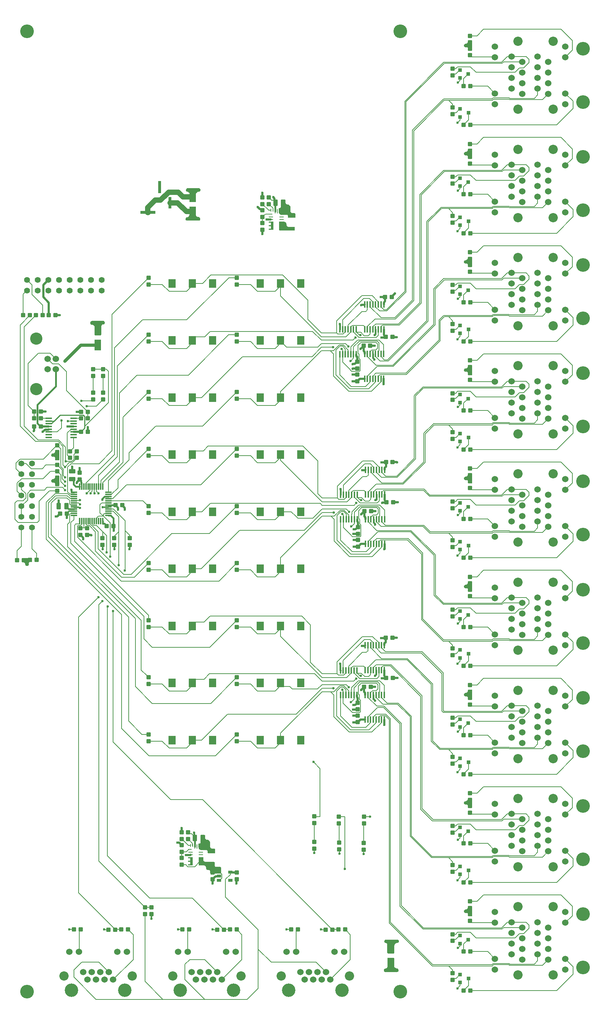
<source format=gtl>
G04*
G04 #@! TF.GenerationSoftware,Altium Limited,Altium Designer,23.10.1 (27)*
G04*
G04 Layer_Physical_Order=1*
G04 Layer_Color=255*
%FSLAX44Y44*%
%MOMM*%
G71*
G04*
G04 #@! TF.SameCoordinates,DF195826-C762-4DAA-97BD-B22AA121C3D6*
G04*
G04*
G04 #@! TF.FilePolarity,Positive*
G04*
G01*
G75*
%ADD12C,0.2540*%
%ADD13C,0.1524*%
%ADD14C,1.2700*%
%ADD15C,0.5080*%
%ADD16C,0.3810*%
G04:AMPARAMS|DCode=18|XSize=0.9398mm|YSize=0.9906mm|CornerRadius=0.047mm|HoleSize=0mm|Usage=FLASHONLY|Rotation=180.000|XOffset=0mm|YOffset=0mm|HoleType=Round|Shape=RoundedRectangle|*
%AMROUNDEDRECTD18*
21,1,0.9398,0.8966,0,0,180.0*
21,1,0.8458,0.9906,0,0,180.0*
1,1,0.0940,-0.4229,0.4483*
1,1,0.0940,0.4229,0.4483*
1,1,0.0940,0.4229,-0.4483*
1,1,0.0940,-0.4229,-0.4483*
%
%ADD18ROUNDEDRECTD18*%
G04:AMPARAMS|DCode=19|XSize=1.5494mm|YSize=0.3556mm|CornerRadius=0.0178mm|HoleSize=0mm|Usage=FLASHONLY|Rotation=270.000|XOffset=0mm|YOffset=0mm|HoleType=Round|Shape=RoundedRectangle|*
%AMROUNDEDRECTD19*
21,1,1.5494,0.3200,0,0,270.0*
21,1,1.5138,0.3556,0,0,270.0*
1,1,0.0356,-0.1600,-0.7569*
1,1,0.0356,-0.1600,0.7569*
1,1,0.0356,0.1600,0.7569*
1,1,0.0356,0.1600,-0.7569*
%
%ADD19ROUNDEDRECTD19*%
G04:AMPARAMS|DCode=20|XSize=0.6096mm|YSize=1.0414mm|CornerRadius=0.0305mm|HoleSize=0mm|Usage=FLASHONLY|Rotation=270.000|XOffset=0mm|YOffset=0mm|HoleType=Round|Shape=RoundedRectangle|*
%AMROUNDEDRECTD20*
21,1,0.6096,0.9804,0,0,270.0*
21,1,0.5486,1.0414,0,0,270.0*
1,1,0.0610,-0.4902,-0.2743*
1,1,0.0610,-0.4902,0.2743*
1,1,0.0610,0.4902,0.2743*
1,1,0.0610,0.4902,-0.2743*
%
%ADD20ROUNDEDRECTD20*%
G04:AMPARAMS|DCode=21|XSize=1.5494mm|YSize=0.3556mm|CornerRadius=0.0178mm|HoleSize=0mm|Usage=FLASHONLY|Rotation=180.000|XOffset=0mm|YOffset=0mm|HoleType=Round|Shape=RoundedRectangle|*
%AMROUNDEDRECTD21*
21,1,1.5494,0.3200,0,0,180.0*
21,1,1.5138,0.3556,0,0,180.0*
1,1,0.0356,-0.7569,0.1600*
1,1,0.0356,0.7569,0.1600*
1,1,0.0356,0.7569,-0.1600*
1,1,0.0356,-0.7569,-0.1600*
%
%ADD21ROUNDEDRECTD21*%
G04:AMPARAMS|DCode=22|XSize=0.25mm|YSize=0.7mm|CornerRadius=0.0125mm|HoleSize=0mm|Usage=FLASHONLY|Rotation=0.000|XOffset=0mm|YOffset=0mm|HoleType=Round|Shape=RoundedRectangle|*
%AMROUNDEDRECTD22*
21,1,0.2500,0.6750,0,0,0.0*
21,1,0.2250,0.7000,0,0,0.0*
1,1,0.0250,0.1125,-0.3375*
1,1,0.0250,-0.1125,-0.3375*
1,1,0.0250,-0.1125,0.3375*
1,1,0.0250,0.1125,0.3375*
%
%ADD22ROUNDEDRECTD22*%
G04:AMPARAMS|DCode=23|XSize=0.25mm|YSize=1.1mm|CornerRadius=0.0125mm|HoleSize=0mm|Usage=FLASHONLY|Rotation=0.000|XOffset=0mm|YOffset=0mm|HoleType=Round|Shape=RoundedRectangle|*
%AMROUNDEDRECTD23*
21,1,0.2500,1.0750,0,0,0.0*
21,1,0.2250,1.1000,0,0,0.0*
1,1,0.0250,0.1125,-0.5375*
1,1,0.0250,-0.1125,-0.5375*
1,1,0.0250,-0.1125,0.5375*
1,1,0.0250,0.1125,0.5375*
%
%ADD23ROUNDEDRECTD23*%
G04:AMPARAMS|DCode=24|XSize=0.25mm|YSize=0.7mm|CornerRadius=0.0125mm|HoleSize=0mm|Usage=FLASHONLY|Rotation=90.000|XOffset=0mm|YOffset=0mm|HoleType=Round|Shape=RoundedRectangle|*
%AMROUNDEDRECTD24*
21,1,0.2500,0.6750,0,0,90.0*
21,1,0.2250,0.7000,0,0,90.0*
1,1,0.0250,0.3375,0.1125*
1,1,0.0250,0.3375,-0.1125*
1,1,0.0250,-0.3375,-0.1125*
1,1,0.0250,-0.3375,0.1125*
%
%ADD24ROUNDEDRECTD24*%
G04:AMPARAMS|DCode=25|XSize=0.25mm|YSize=1.1mm|CornerRadius=0.0125mm|HoleSize=0mm|Usage=FLASHONLY|Rotation=90.000|XOffset=0mm|YOffset=0mm|HoleType=Round|Shape=RoundedRectangle|*
%AMROUNDEDRECTD25*
21,1,0.2500,1.0750,0,0,90.0*
21,1,0.2250,1.1000,0,0,90.0*
1,1,0.0250,0.5375,0.1125*
1,1,0.0250,0.5375,-0.1125*
1,1,0.0250,-0.5375,-0.1125*
1,1,0.0250,-0.5375,0.1125*
%
%ADD25ROUNDEDRECTD25*%
G04:AMPARAMS|DCode=26|XSize=0.25mm|YSize=0.8mm|CornerRadius=0.0125mm|HoleSize=0mm|Usage=FLASHONLY|Rotation=90.000|XOffset=0mm|YOffset=0mm|HoleType=Round|Shape=RoundedRectangle|*
%AMROUNDEDRECTD26*
21,1,0.2500,0.7750,0,0,90.0*
21,1,0.2250,0.8000,0,0,90.0*
1,1,0.0250,0.3875,0.1125*
1,1,0.0250,0.3875,-0.1125*
1,1,0.0250,-0.3875,-0.1125*
1,1,0.0250,-0.3875,0.1125*
%
%ADD26ROUNDEDRECTD26*%
G04:AMPARAMS|DCode=27|XSize=1.6002mm|YSize=0.2997mm|CornerRadius=0.015mm|HoleSize=0mm|Usage=FLASHONLY|Rotation=90.000|XOffset=0mm|YOffset=0mm|HoleType=Round|Shape=RoundedRectangle|*
%AMROUNDEDRECTD27*
21,1,1.6002,0.2697,0,0,90.0*
21,1,1.5702,0.2997,0,0,90.0*
1,1,0.0300,0.1349,0.7851*
1,1,0.0300,0.1349,-0.7851*
1,1,0.0300,-0.1349,-0.7851*
1,1,0.0300,-0.1349,0.7851*
%
%ADD27ROUNDEDRECTD27*%
G04:AMPARAMS|DCode=28|XSize=1.6002mm|YSize=0.2997mm|CornerRadius=0.015mm|HoleSize=0mm|Usage=FLASHONLY|Rotation=180.000|XOffset=0mm|YOffset=0mm|HoleType=Round|Shape=RoundedRectangle|*
%AMROUNDEDRECTD28*
21,1,1.6002,0.2697,0,0,180.0*
21,1,1.5702,0.2997,0,0,180.0*
1,1,0.0300,-0.7851,0.1349*
1,1,0.0300,0.7851,0.1349*
1,1,0.0300,0.7851,-0.1349*
1,1,0.0300,-0.7851,-0.1349*
%
%ADD28ROUNDEDRECTD28*%
G04:AMPARAMS|DCode=29|XSize=0.9398mm|YSize=0.9906mm|CornerRadius=0.047mm|HoleSize=0mm|Usage=FLASHONLY|Rotation=90.000|XOffset=0mm|YOffset=0mm|HoleType=Round|Shape=RoundedRectangle|*
%AMROUNDEDRECTD29*
21,1,0.9398,0.8966,0,0,90.0*
21,1,0.8458,0.9906,0,0,90.0*
1,1,0.0940,0.4483,0.4229*
1,1,0.0940,0.4483,-0.4229*
1,1,0.0940,-0.4483,-0.4229*
1,1,0.0940,-0.4483,0.4229*
%
%ADD29ROUNDEDRECTD29*%
G04:AMPARAMS|DCode=30|XSize=0.7874mm|YSize=0.889mm|CornerRadius=0.0394mm|HoleSize=0mm|Usage=FLASHONLY|Rotation=90.000|XOffset=0mm|YOffset=0mm|HoleType=Round|Shape=RoundedRectangle|*
%AMROUNDEDRECTD30*
21,1,0.7874,0.8103,0,0,90.0*
21,1,0.7087,0.8890,0,0,90.0*
1,1,0.0787,0.4051,0.3543*
1,1,0.0787,0.4051,-0.3543*
1,1,0.0787,-0.4051,-0.3543*
1,1,0.0787,-0.4051,0.3543*
%
%ADD30ROUNDEDRECTD30*%
G04:AMPARAMS|DCode=31|XSize=1.6002mm|YSize=2.5908mm|CornerRadius=0.2mm|HoleSize=0mm|Usage=FLASHONLY|Rotation=0.000|XOffset=0mm|YOffset=0mm|HoleType=Round|Shape=RoundedRectangle|*
%AMROUNDEDRECTD31*
21,1,1.6002,2.1908,0,0,0.0*
21,1,1.2002,2.5908,0,0,0.0*
1,1,0.4001,0.6001,-1.0954*
1,1,0.4001,-0.6001,-1.0954*
1,1,0.4001,-0.6001,1.0954*
1,1,0.4001,0.6001,1.0954*
%
%ADD31ROUNDEDRECTD31*%
G04:AMPARAMS|DCode=32|XSize=0.9906mm|YSize=1.4478mm|CornerRadius=0.0495mm|HoleSize=0mm|Usage=FLASHONLY|Rotation=180.000|XOffset=0mm|YOffset=0mm|HoleType=Round|Shape=RoundedRectangle|*
%AMROUNDEDRECTD32*
21,1,0.9906,1.3487,0,0,180.0*
21,1,0.8915,1.4478,0,0,180.0*
1,1,0.0991,-0.4458,0.6744*
1,1,0.0991,0.4458,0.6744*
1,1,0.0991,0.4458,-0.6744*
1,1,0.0991,-0.4458,-0.6744*
%
%ADD32ROUNDEDRECTD32*%
G04:AMPARAMS|DCode=33|XSize=0.889mm|YSize=1.6002mm|CornerRadius=0.0445mm|HoleSize=0mm|Usage=FLASHONLY|Rotation=270.000|XOffset=0mm|YOffset=0mm|HoleType=Round|Shape=RoundedRectangle|*
%AMROUNDEDRECTD33*
21,1,0.8890,1.5113,0,0,270.0*
21,1,0.8001,1.6002,0,0,270.0*
1,1,0.0889,-0.7557,-0.4001*
1,1,0.0889,-0.7557,0.4001*
1,1,0.0889,0.7557,0.4001*
1,1,0.0889,0.7557,-0.4001*
%
%ADD33ROUNDEDRECTD33*%
G04:AMPARAMS|DCode=34|XSize=0.9906mm|YSize=1.4478mm|CornerRadius=0.0495mm|HoleSize=0mm|Usage=FLASHONLY|Rotation=90.000|XOffset=0mm|YOffset=0mm|HoleType=Round|Shape=RoundedRectangle|*
%AMROUNDEDRECTD34*
21,1,0.9906,1.3487,0,0,90.0*
21,1,0.8915,1.4478,0,0,90.0*
1,1,0.0991,0.6744,0.4458*
1,1,0.0991,0.6744,-0.4458*
1,1,0.0991,-0.6744,-0.4458*
1,1,0.0991,-0.6744,0.4458*
%
%ADD34ROUNDEDRECTD34*%
%ADD63R,0.5000X0.5000*%
%ADD64C,0.7620*%
%ADD65C,0.3302*%
%ADD66C,0.3048*%
%ADD67C,1.5240*%
%ADD68C,2.9210*%
%ADD69C,1.3970*%
%ADD70R,1.6510X2.0320*%
%ADD71C,2.2098*%
%ADD72C,3.2512*%
%ADD73C,3.2004*%
G04:AMPARAMS|DCode=74|XSize=0.6858mm|YSize=3.5052mm|CornerRadius=0.0343mm|HoleSize=0mm|Usage=FLASHONLY|Rotation=90.000|XOffset=0mm|YOffset=0mm|HoleType=Round|Shape=RoundedRectangle|*
%AMROUNDEDRECTD74*
21,1,0.6858,3.4366,0,0,90.0*
21,1,0.6172,3.5052,0,0,90.0*
1,1,0.0686,1.7183,0.3086*
1,1,0.0686,1.7183,-0.3086*
1,1,0.0686,-1.7183,-0.3086*
1,1,0.0686,-1.7183,0.3086*
%
%ADD74ROUNDEDRECTD74*%
G04:AMPARAMS|DCode=75|XSize=0.6858mm|YSize=2.8956mm|CornerRadius=0.0343mm|HoleSize=0mm|Usage=FLASHONLY|Rotation=180.000|XOffset=0mm|YOffset=0mm|HoleType=Round|Shape=RoundedRectangle|*
%AMROUNDEDRECTD75*
21,1,0.6858,2.8270,0,0,180.0*
21,1,0.6172,2.8956,0,0,180.0*
1,1,0.0686,-0.3086,1.4135*
1,1,0.0686,0.3086,1.4135*
1,1,0.0686,0.3086,-1.4135*
1,1,0.0686,-0.3086,-1.4135*
%
%ADD75ROUNDEDRECTD75*%
G04:AMPARAMS|DCode=76|XSize=0.6858mm|YSize=2.7178mm|CornerRadius=0.0343mm|HoleSize=0mm|Usage=FLASHONLY|Rotation=180.000|XOffset=0mm|YOffset=0mm|HoleType=Round|Shape=RoundedRectangle|*
%AMROUNDEDRECTD76*
21,1,0.6858,2.6492,0,0,180.0*
21,1,0.6172,2.7178,0,0,180.0*
1,1,0.0686,-0.3086,1.3246*
1,1,0.0686,0.3086,1.3246*
1,1,0.0686,0.3086,-1.3246*
1,1,0.0686,-0.3086,-1.3246*
%
%ADD76ROUNDEDRECTD76*%
%ADD77C,0.6000*%
G36*
X1110004Y2289233D02*
X1110156D01*
X1110436Y2289117D01*
X1110650Y2288902D01*
X1110766Y2288622D01*
Y2265560D01*
X1110728Y2265467D01*
X1110656Y2265395D01*
X1110563Y2265357D01*
X1101521D01*
X1101335Y2265434D01*
X1101192Y2265577D01*
X1101114Y2265764D01*
Y2269929D01*
X1101051Y2270573D01*
X1100558Y2271763D01*
X1099647Y2272674D01*
X1098457Y2273167D01*
X1097812Y2273231D01*
X1094769D01*
X1093368Y2273811D01*
X1092296Y2274883D01*
X1091716Y2276283D01*
Y2278307D01*
X1092296Y2279707D01*
X1093368Y2280779D01*
X1094769Y2281359D01*
X1095526D01*
X1096567Y2281461D01*
X1098490Y2282258D01*
X1099961Y2283729D01*
X1100758Y2285652D01*
X1100860Y2286693D01*
Y2288286D01*
X1101850Y2289225D01*
X1101948Y2289274D01*
X1110004Y2289233D01*
D02*
G37*
G36*
Y2031677D02*
X1110156D01*
X1110436Y2031561D01*
X1110650Y2031346D01*
X1110766Y2031066D01*
Y2008004D01*
X1110728Y2007911D01*
X1110656Y2007839D01*
X1110563Y2007801D01*
X1101521D01*
X1101335Y2007878D01*
X1101192Y2008021D01*
X1101114Y2008208D01*
Y2012373D01*
X1101051Y2013017D01*
X1100558Y2014207D01*
X1099647Y2015118D01*
X1098457Y2015611D01*
X1097812Y2015675D01*
X1094769D01*
X1093368Y2016255D01*
X1092296Y2017327D01*
X1091716Y2018727D01*
Y2020751D01*
X1092296Y2022151D01*
X1093368Y2023223D01*
X1094769Y2023803D01*
X1095526D01*
X1096567Y2023905D01*
X1098490Y2024702D01*
X1099961Y2026173D01*
X1100758Y2028096D01*
X1100860Y2029137D01*
Y2030730D01*
X1101850Y2031669D01*
X1101948Y2031718D01*
X1110004Y2031677D01*
D02*
G37*
G36*
X462152Y1936932D02*
X463224Y1935860D01*
X463804Y1934460D01*
Y1932436D01*
X463224Y1931036D01*
X462152Y1929964D01*
X460752Y1929384D01*
X459994D01*
X459322Y1929351D01*
X458003Y1929089D01*
X456761Y1928574D01*
X455643Y1927827D01*
X454693Y1926877D01*
X453946Y1925759D01*
X453431Y1924517D01*
X453269Y1923701D01*
X451955Y1923344D01*
X451941Y1923345D01*
X451602Y1923786D01*
X449745Y1925211D01*
X447583Y1926107D01*
X445262Y1926413D01*
X436339D01*
X436313Y1926677D01*
X435858Y1927775D01*
X435017Y1928616D01*
X433919Y1929071D01*
X433324Y1929130D01*
X432312D01*
X430912Y1929710D01*
X429840Y1930782D01*
X429260Y1932182D01*
Y1933849D01*
X429956Y1935530D01*
X431242Y1936816D01*
X432923Y1937512D01*
X460752D01*
X462152Y1936932D01*
D02*
G37*
G36*
X453390Y1875281D02*
Y1874520D01*
X453497Y1873430D01*
X454332Y1871416D01*
X455873Y1869874D01*
X457888Y1869039D01*
X458978Y1868932D01*
X460189D01*
X460691Y1868832D01*
X461165Y1868636D01*
X461591Y1868351D01*
X462113Y1867829D01*
Y1867829D01*
X462455Y1867487D01*
X462992Y1866684D01*
X463362Y1865791D01*
X463550Y1864843D01*
Y1863677D01*
X463417Y1863007D01*
X463155Y1862376D01*
X462776Y1861808D01*
X462534Y1861566D01*
X461949Y1860981D01*
X461446Y1860645D01*
X460888Y1860414D01*
X460296Y1860296D01*
X431038D01*
X429755Y1861579D01*
Y1861579D01*
X429013Y1862541D01*
X428987Y1862581D01*
X428663Y1863362D01*
X428498Y1864191D01*
Y1865422D01*
X429117Y1866916D01*
X430260Y1868059D01*
X431754Y1868678D01*
X432562D01*
X433454Y1868766D01*
X435102Y1869449D01*
X436363Y1870710D01*
X437046Y1872358D01*
X437134Y1873250D01*
Y1873681D01*
X440689D01*
X440779Y1873613D01*
X442941Y1872717D01*
X445262Y1872411D01*
X447583Y1872717D01*
X449745Y1873613D01*
X451602Y1875038D01*
X452120Y1875712D01*
X453390Y1875281D01*
D02*
G37*
G36*
X665979Y1910317D02*
X666479Y1909817D01*
X666750Y1909164D01*
Y1908810D01*
Y1903476D01*
X666833Y1902634D01*
X667478Y1901077D01*
X668669Y1899886D01*
X670226Y1899241D01*
X671068Y1899158D01*
X671818D01*
X673291Y1898865D01*
X674677Y1898291D01*
X675925Y1897457D01*
X676987Y1896395D01*
X677821Y1895147D01*
X678395Y1893761D01*
X678688Y1892289D01*
Y1891538D01*
Y1882648D01*
X678771Y1881806D01*
X679416Y1880249D01*
X680607Y1879058D01*
X682164Y1878413D01*
X683006Y1878330D01*
X688134D01*
X689161Y1877905D01*
X689947Y1877119D01*
X690372Y1876092D01*
Y1875536D01*
Y1868932D01*
Y1868578D01*
X690101Y1867925D01*
X689601Y1867425D01*
X688948Y1867154D01*
X673712D01*
X672965Y1867463D01*
X672393Y1868035D01*
X672084Y1868782D01*
Y1869186D01*
Y1872488D01*
X672050Y1872835D01*
X671784Y1873476D01*
X671294Y1873966D01*
X670653Y1874232D01*
X670306Y1874266D01*
X657364D01*
X655891Y1874559D01*
X654505Y1875133D01*
X653257Y1875967D01*
X652195Y1877029D01*
X651361Y1878277D01*
X650787Y1879663D01*
X650494Y1881136D01*
Y1881886D01*
Y1888998D01*
Y1889251D01*
X650687Y1889717D01*
X651045Y1890075D01*
X651511Y1890268D01*
X652526D01*
X653121Y1890327D01*
X654219Y1890782D01*
X655060Y1891623D01*
X655515Y1892721D01*
X655574Y1893316D01*
Y1909572D01*
Y1909774D01*
X655729Y1910148D01*
X656014Y1910433D01*
X656388Y1910588D01*
X665326D01*
X665979Y1910317D01*
D02*
G37*
G36*
X637652Y1838300D02*
X626652D01*
Y1840800D01*
X631652D01*
Y1846800D01*
X626652D01*
Y1849300D01*
X631652D01*
Y1855300D01*
X626652D01*
Y1857800D01*
X637652D01*
Y1838300D01*
D02*
G37*
G36*
X664588Y1857545D02*
X665796Y1857045D01*
X666883Y1856318D01*
X667808Y1855393D01*
X668534Y1854306D01*
X669035Y1853098D01*
X669290Y1851816D01*
Y1851162D01*
Y1850136D01*
X669373Y1849294D01*
X670018Y1847737D01*
X671209Y1846546D01*
X672766Y1845901D01*
X673608Y1845818D01*
X688034D01*
X688408Y1845663D01*
X688693Y1845378D01*
X688848Y1845004D01*
Y1844802D01*
Y1837182D01*
Y1837132D01*
X688809Y1837038D01*
X688738Y1836967D01*
X688644Y1836928D01*
X652751D01*
X652247Y1837137D01*
X651861Y1837523D01*
X651652Y1838027D01*
Y1838300D01*
Y1857800D01*
X663306D01*
X664588Y1857545D01*
D02*
G37*
G36*
X1110004Y1774121D02*
X1110156D01*
X1110436Y1774005D01*
X1110650Y1773790D01*
X1110766Y1773510D01*
Y1750448D01*
X1110728Y1750355D01*
X1110656Y1750283D01*
X1110563Y1750245D01*
X1101521D01*
X1101335Y1750322D01*
X1101192Y1750465D01*
X1101114Y1750652D01*
Y1754817D01*
X1101051Y1755461D01*
X1100558Y1756651D01*
X1099647Y1757562D01*
X1098457Y1758055D01*
X1097812Y1758119D01*
X1094769D01*
X1093368Y1758699D01*
X1092296Y1759771D01*
X1091716Y1761171D01*
Y1763195D01*
X1092296Y1764595D01*
X1093368Y1765667D01*
X1094769Y1766247D01*
X1095526D01*
X1096567Y1766349D01*
X1098490Y1767146D01*
X1099961Y1768617D01*
X1100758Y1770540D01*
X1100860Y1771581D01*
Y1773174D01*
X1101850Y1774113D01*
X1101948Y1774162D01*
X1110004Y1774121D01*
D02*
G37*
G36*
X235217Y1620253D02*
X235217Y1620253D01*
X235217D01*
X235959Y1619291D01*
X235986Y1619251D01*
X236309Y1618470D01*
X236474Y1617641D01*
Y1616410D01*
X235855Y1614916D01*
X234712Y1613773D01*
X233218Y1613154D01*
X232410D01*
X231518Y1613066D01*
X229870Y1612384D01*
X228608Y1611122D01*
X227926Y1609474D01*
X227838Y1608582D01*
Y1589331D01*
X227490Y1588491D01*
X226847Y1587848D01*
X226007Y1587500D01*
X213617D01*
X212683Y1587887D01*
X211969Y1588601D01*
X211582Y1589535D01*
Y1607312D01*
X211475Y1608402D01*
X210640Y1610417D01*
X209098Y1611958D01*
X207084Y1612793D01*
X205994Y1612900D01*
X204783D01*
X204281Y1613000D01*
X203807Y1613196D01*
X203381Y1613481D01*
X203200Y1613662D01*
X202859Y1614003D01*
X202859D01*
X202517Y1614345D01*
X201980Y1615148D01*
X201611Y1616041D01*
X201422Y1616989D01*
Y1618155D01*
X201555Y1618825D01*
X201817Y1619456D01*
X202196Y1620024D01*
X202438Y1620266D01*
X203023Y1620851D01*
X203526Y1621187D01*
X204084Y1621418D01*
X204676Y1621536D01*
X233934D01*
X235217Y1620253D01*
D02*
G37*
G36*
X1110258Y1516565D02*
X1110410D01*
X1110690Y1516449D01*
X1110904Y1516234D01*
X1111020Y1515954D01*
Y1492892D01*
X1110982Y1492799D01*
X1110910Y1492727D01*
X1110817Y1492689D01*
X1101775D01*
X1101589Y1492766D01*
X1101446Y1492909D01*
X1101368Y1493096D01*
Y1497261D01*
X1101305Y1497905D01*
X1100812Y1499095D01*
X1099901Y1500006D01*
X1098711Y1500499D01*
X1098066Y1500563D01*
X1095023D01*
X1093622Y1501143D01*
X1092550Y1502215D01*
X1091970Y1503615D01*
Y1505639D01*
X1092550Y1507039D01*
X1093622Y1508111D01*
X1095023Y1508691D01*
X1095780D01*
X1096821Y1508793D01*
X1098744Y1509590D01*
X1100215Y1511061D01*
X1101012Y1512984D01*
X1101114Y1514025D01*
Y1515618D01*
X1102104Y1516557D01*
X1102202Y1516606D01*
X1110258Y1516565D01*
D02*
G37*
G36*
X127000Y1314196D02*
X127152D01*
X127432Y1314080D01*
X127646Y1313866D01*
X127762Y1313586D01*
Y1290524D01*
X127723Y1290430D01*
X127652Y1290359D01*
X127558Y1290320D01*
X118517D01*
X118330Y1290397D01*
X118187Y1290540D01*
X118110Y1290727D01*
Y1294892D01*
X118047Y1295536D01*
X117554Y1296727D01*
X116643Y1297637D01*
X115452Y1298131D01*
X114808Y1298194D01*
X111764D01*
X110364Y1298774D01*
X109292Y1299846D01*
X108712Y1301246D01*
Y1303270D01*
X109292Y1304670D01*
X110364Y1305742D01*
X111764Y1306322D01*
X112522D01*
X113563Y1306425D01*
X115485Y1307221D01*
X116957Y1308693D01*
X117753Y1310615D01*
X117856Y1311656D01*
Y1313250D01*
X118846Y1314188D01*
X118944Y1314238D01*
X127000Y1314196D01*
D02*
G37*
G36*
X1110258Y1259009D02*
X1110410D01*
X1110690Y1258893D01*
X1110904Y1258678D01*
X1111020Y1258398D01*
Y1235336D01*
X1110982Y1235243D01*
X1110910Y1235171D01*
X1110817Y1235133D01*
X1101775D01*
X1101589Y1235210D01*
X1101446Y1235353D01*
X1101368Y1235540D01*
Y1239705D01*
X1101305Y1240349D01*
X1100812Y1241539D01*
X1099901Y1242450D01*
X1098711Y1242943D01*
X1098066Y1243007D01*
X1095023D01*
X1093622Y1243587D01*
X1092550Y1244659D01*
X1091970Y1246059D01*
Y1248083D01*
X1092550Y1249483D01*
X1093622Y1250555D01*
X1095023Y1251135D01*
X1095780D01*
X1096821Y1251237D01*
X1098744Y1252034D01*
X1100215Y1253505D01*
X1101012Y1255428D01*
X1101114Y1256469D01*
Y1258062D01*
X1102104Y1259001D01*
X1102202Y1259050D01*
X1110258Y1259009D01*
D02*
G37*
G36*
X127254Y1252728D02*
X127406D01*
X127686Y1252612D01*
X127900Y1252398D01*
X127951Y1252274D01*
Y1239520D01*
X128016Y1239195D01*
Y1229055D01*
X127977Y1228962D01*
X127906Y1228891D01*
X127812Y1228852D01*
X118771D01*
X118584Y1228929D01*
X118441Y1229072D01*
X118364Y1229259D01*
Y1233424D01*
X118301Y1234068D01*
X117808Y1235258D01*
X116896Y1236170D01*
X115706Y1236663D01*
X115062Y1236726D01*
X112018D01*
X110618Y1237306D01*
X109546Y1238378D01*
X108966Y1239778D01*
Y1241802D01*
X109546Y1243202D01*
X110618Y1244274D01*
X112018Y1244854D01*
X112776D01*
X113817Y1244957D01*
X115739Y1245753D01*
X117211Y1247225D01*
X118007Y1249147D01*
X118110Y1250188D01*
Y1251782D01*
X119100Y1252720D01*
X119198Y1252770D01*
X127254Y1252728D01*
D02*
G37*
G36*
X62628Y1057363D02*
X62699Y1057292D01*
X62738Y1057198D01*
Y1048157D01*
X62661Y1047970D01*
X62518Y1047827D01*
X62331Y1047750D01*
X58166D01*
X57522Y1047687D01*
X56332Y1047194D01*
X55420Y1046283D01*
X54927Y1045092D01*
X54864Y1044448D01*
Y1041404D01*
X54284Y1040004D01*
X53212Y1038932D01*
X51812Y1038352D01*
X49788D01*
X48388Y1038932D01*
X47316Y1040004D01*
X46736Y1041404D01*
Y1042162D01*
X46634Y1043203D01*
X45837Y1045125D01*
X44365Y1046597D01*
X42443Y1047393D01*
X41402Y1047496D01*
X39808D01*
X38820Y1048584D01*
X38862Y1056640D01*
Y1056792D01*
X38978Y1057072D01*
X39192Y1057286D01*
X39472Y1057402D01*
X62534D01*
X62628Y1057363D01*
D02*
G37*
G36*
X1110258Y1001453D02*
X1110410D01*
X1110690Y1001337D01*
X1110904Y1001122D01*
X1111020Y1000842D01*
Y977780D01*
X1110982Y977687D01*
X1110910Y977615D01*
X1110817Y977577D01*
X1101775D01*
X1101589Y977654D01*
X1101446Y977797D01*
X1101368Y977984D01*
Y982149D01*
X1101305Y982793D01*
X1100812Y983983D01*
X1099901Y984894D01*
X1098711Y985387D01*
X1098066Y985451D01*
X1095023D01*
X1093622Y986031D01*
X1092550Y987103D01*
X1091970Y988503D01*
Y990527D01*
X1092550Y991927D01*
X1093622Y992999D01*
X1095023Y993579D01*
X1095780D01*
X1096821Y993681D01*
X1098744Y994478D01*
X1100215Y995949D01*
X1101012Y997872D01*
X1101114Y998913D01*
Y1000506D01*
X1102104Y1001445D01*
X1102202Y1001494D01*
X1110258Y1001453D01*
D02*
G37*
G36*
X1110004Y743897D02*
X1110156D01*
X1110436Y743781D01*
X1110650Y743566D01*
X1110766Y743286D01*
Y720224D01*
X1110728Y720131D01*
X1110656Y720059D01*
X1110563Y720021D01*
X1101521D01*
X1101335Y720098D01*
X1101192Y720241D01*
X1101114Y720428D01*
Y724593D01*
X1101051Y725237D01*
X1100558Y726427D01*
X1099647Y727338D01*
X1098457Y727831D01*
X1097812Y727895D01*
X1094769D01*
X1093368Y728475D01*
X1092296Y729547D01*
X1091716Y730947D01*
Y732971D01*
X1092296Y734371D01*
X1093368Y735443D01*
X1094769Y736023D01*
X1095526D01*
X1096567Y736125D01*
X1098490Y736922D01*
X1099961Y738393D01*
X1100758Y740316D01*
X1100860Y741357D01*
Y742950D01*
X1101850Y743889D01*
X1101948Y743938D01*
X1110004Y743897D01*
D02*
G37*
G36*
Y486341D02*
X1110156D01*
X1110436Y486225D01*
X1110650Y486010D01*
X1110766Y485730D01*
Y462668D01*
X1110728Y462575D01*
X1110656Y462503D01*
X1110563Y462465D01*
X1101521D01*
X1101335Y462542D01*
X1101192Y462685D01*
X1101114Y462872D01*
Y467037D01*
X1101051Y467681D01*
X1100558Y468871D01*
X1099647Y469782D01*
X1098457Y470275D01*
X1097812Y470339D01*
X1094769D01*
X1093368Y470919D01*
X1092296Y471991D01*
X1091716Y473391D01*
Y475415D01*
X1092296Y476815D01*
X1093368Y477887D01*
X1094769Y478467D01*
X1095526D01*
X1096567Y478569D01*
X1098490Y479366D01*
X1099961Y480837D01*
X1100758Y482760D01*
X1100860Y483801D01*
Y485394D01*
X1101850Y486333D01*
X1101948Y486382D01*
X1110004Y486341D01*
D02*
G37*
G36*
X474717Y397747D02*
X475217Y397247D01*
X475488Y396594D01*
Y396240D01*
Y390906D01*
X475571Y390064D01*
X476216Y388507D01*
X477407Y387316D01*
X478964Y386671D01*
X479806Y386588D01*
X480556D01*
X482029Y386295D01*
X483415Y385721D01*
X484663Y384887D01*
X485725Y383825D01*
X486559Y382577D01*
X487133Y381191D01*
X487426Y379719D01*
Y378968D01*
Y370078D01*
X487509Y369236D01*
X488154Y367679D01*
X489345Y366488D01*
X490902Y365843D01*
X491744Y365760D01*
X496872D01*
X497899Y365335D01*
X498685Y364549D01*
X499110Y363522D01*
Y362966D01*
Y356362D01*
Y356008D01*
X498839Y355355D01*
X498339Y354855D01*
X497686Y354584D01*
X482450D01*
X481703Y354893D01*
X481131Y355465D01*
X480822Y356212D01*
Y356616D01*
Y359918D01*
X480788Y360265D01*
X480522Y360906D01*
X480032Y361396D01*
X479391Y361662D01*
X479044Y361696D01*
X466101D01*
X464629Y361989D01*
X463243Y362563D01*
X461995Y363397D01*
X460933Y364459D01*
X460099Y365707D01*
X459525Y367093D01*
X459232Y368565D01*
Y369316D01*
Y376428D01*
Y376681D01*
X459425Y377147D01*
X459783Y377505D01*
X460249Y377698D01*
X461264D01*
X461859Y377757D01*
X462957Y378212D01*
X463798Y379053D01*
X464253Y380151D01*
X464312Y380746D01*
Y397002D01*
Y397204D01*
X464467Y397578D01*
X464753Y397863D01*
X465126Y398018D01*
X474064D01*
X474717Y397747D01*
D02*
G37*
G36*
X445882Y325984D02*
X434882D01*
Y328484D01*
X439882D01*
Y334484D01*
X434882D01*
Y336984D01*
X439882D01*
Y342984D01*
X434882D01*
Y345484D01*
X445882D01*
Y325984D01*
D02*
G37*
G36*
X470882Y342984D02*
D01*
X470882Y336984D01*
X470882D01*
Y336984D01*
X471683Y336258D01*
X473480Y335057D01*
X475476Y334230D01*
X477595Y333809D01*
X478675Y333756D01*
X496530D01*
X496866Y333689D01*
X497181Y333559D01*
X497465Y333369D01*
X497586Y333248D01*
X497707Y333127D01*
X497897Y332843D01*
X498027Y332528D01*
X498094Y332192D01*
Y332022D01*
Y325287D01*
X498111Y324947D01*
X498243Y324280D01*
X498504Y323652D01*
X498881Y323086D01*
X499110Y322834D01*
X499154Y322790D01*
X499332Y322629D01*
X499732Y322362D01*
X500176Y322178D01*
X500648Y322084D01*
X500888Y322072D01*
X510739D01*
X512046Y321531D01*
X513047Y320530D01*
X513588Y319223D01*
Y318516D01*
Y308864D01*
Y308359D01*
X513201Y307425D01*
X512487Y306711D01*
X511553Y306324D01*
X488546D01*
X487799Y306633D01*
X487227Y307205D01*
X486918Y307952D01*
Y308356D01*
Y312166D01*
X486864Y312711D01*
X486447Y313718D01*
X485676Y314489D01*
X484669Y314906D01*
X484124Y314960D01*
X480776D01*
X479282Y315579D01*
X478139Y316722D01*
X477520Y318216D01*
Y319024D01*
Y319346D01*
X477488Y319997D01*
X477234Y321273D01*
X476736Y322475D01*
X476013Y323557D01*
X475093Y324477D01*
X474011Y325200D01*
X472809Y325698D01*
X471533Y325952D01*
X470882Y325984D01*
X459882D01*
Y345484D01*
X470882D01*
Y342984D01*
D02*
G37*
G36*
X1110234Y228600D02*
X1110386D01*
X1110666Y228484D01*
X1110880Y228270D01*
X1110996Y227990D01*
Y204928D01*
X1110957Y204834D01*
X1110886Y204763D01*
X1110792Y204724D01*
X1101751D01*
X1101564Y204801D01*
X1101421Y204944D01*
X1101344Y205131D01*
Y209296D01*
X1101281Y209940D01*
X1100788Y211131D01*
X1099876Y212041D01*
X1098686Y212535D01*
X1098042Y212598D01*
X1094998D01*
X1093598Y213178D01*
X1092526Y214250D01*
X1091946Y215650D01*
Y217674D01*
X1092526Y219074D01*
X1093598Y220146D01*
X1094998Y220726D01*
X1095756D01*
X1096797Y220828D01*
X1098719Y221625D01*
X1100191Y223097D01*
X1100987Y225019D01*
X1101090Y226060D01*
Y227654D01*
X1102080Y228592D01*
X1102178Y228642D01*
X1110234Y228600D01*
D02*
G37*
G36*
X934846Y148518D02*
X935918Y147446D01*
X936498Y146046D01*
Y145288D01*
Y144780D01*
Y144022D01*
X935918Y142622D01*
X934846Y141550D01*
X933446Y140970D01*
X932688D01*
X932016Y140937D01*
X930697Y140675D01*
X929455Y140160D01*
X928337Y139413D01*
X927387Y138463D01*
X926640Y137345D01*
X926125Y136103D01*
X925863Y134784D01*
X925830Y134112D01*
Y118110D01*
Y117706D01*
X925521Y116959D01*
X924949Y116387D01*
X924202Y116078D01*
X910897D01*
X910057Y116426D01*
X909414Y117069D01*
X909066Y117909D01*
Y118364D01*
Y137668D01*
X909007Y138263D01*
X908552Y139361D01*
X907711Y140202D01*
X906613Y140657D01*
X906018Y140716D01*
X905006D01*
X903606Y141296D01*
X902534Y142368D01*
X901954Y143768D01*
Y144526D01*
Y145435D01*
X902650Y147116D01*
X903936Y148402D01*
X905617Y149098D01*
X933446D01*
X934846Y148518D01*
D02*
G37*
G36*
X924475Y105531D02*
X925189Y104817D01*
X925576Y103883D01*
Y86106D01*
X925683Y85016D01*
X926518Y83001D01*
X928059Y81460D01*
X930074Y80625D01*
X931164Y80518D01*
X932375D01*
X932877Y80418D01*
X933351Y80222D01*
X933777Y79937D01*
X934299Y79415D01*
Y79415D01*
X934641Y79073D01*
X935178Y78270D01*
X935547Y77377D01*
X935736Y76429D01*
Y75263D01*
X935603Y74593D01*
X935341Y73962D01*
X934962Y73394D01*
X934720Y73152D01*
X934135Y72566D01*
X933632Y72231D01*
X933074Y72000D01*
X932482Y71882D01*
X903224D01*
X901941Y73165D01*
Y73165D01*
X901199Y74127D01*
X901172Y74167D01*
X900849Y74948D01*
X900684Y75777D01*
Y77008D01*
X901303Y78502D01*
X902446Y79645D01*
X903940Y80264D01*
X904748D01*
X905640Y80352D01*
X907288Y81034D01*
X908549Y82296D01*
X909232Y83944D01*
X909320Y84836D01*
Y104087D01*
X909668Y104927D01*
X910311Y105570D01*
X911151Y105918D01*
X923541D01*
X924475Y105531D01*
D02*
G37*
D12*
X188341Y1370330D02*
Y1394348D01*
Y1366647D02*
Y1370330D01*
X179578Y1357884D02*
X188341Y1366647D01*
X185054Y1397635D02*
X188341Y1394348D01*
X179578Y1357630D02*
Y1357884D01*
X115341Y1383487D02*
X129489Y1397635D01*
X185054D01*
X102870Y1383487D02*
X115341D01*
X108839Y1376985D02*
X115341Y1383487D01*
X102870Y1376985D02*
X108839D01*
D13*
X751586Y172974D02*
G03*
X751840Y172720I254J0D01*
G01*
X493014Y172974D02*
G03*
X493268Y172720I254J0D01*
G01*
X231140Y1104245D02*
G03*
X231242Y1104494I-254J249D01*
G01*
X230886Y1104138D02*
G03*
X231140Y1104245I0J356D01*
G01*
X234442Y172974D02*
G03*
X234696Y172720I254J0D01*
G01*
X145288Y1455674D02*
X195580Y1405382D01*
X145288Y1455674D02*
Y1500632D01*
X126492Y1519428D02*
X145288Y1500632D01*
X53594Y1520444D02*
X78232Y1545082D01*
X106426D01*
X53594Y1420114D02*
Y1520444D01*
X106426Y1545082D02*
X119888Y1531620D01*
X232283Y1490599D02*
X232410Y1490726D01*
X232283Y1450975D02*
Y1490599D01*
X232156Y1450848D02*
X232283Y1450975D01*
X208407D02*
Y1490345D01*
X208534Y1490472D01*
X208280Y1450848D02*
X208407Y1450975D01*
X208661Y1506601D02*
X232283D01*
X232410Y1506728D01*
X208534Y1506474D02*
X208661Y1506601D01*
X240030Y1506728D02*
X244856Y1501902D01*
X232410Y1506728D02*
X240030D01*
X216154Y1419098D02*
X231902Y1434846D01*
X193294Y1419098D02*
X216154D01*
X231902Y1434846D02*
X232156D01*
X205232Y1431798D02*
X208280Y1434846D01*
X180340Y1431798D02*
X205232D01*
X195580Y1405128D02*
Y1405382D01*
X232029Y1450975D02*
X232156Y1450848D01*
X112014Y1519428D02*
X126492D01*
X99822Y1531620D02*
X112014Y1519428D01*
X102870Y1357478D02*
X123038D01*
X132842Y1367282D02*
Y1384554D01*
X123038Y1357478D02*
X132842Y1367282D01*
X259588Y1303274D02*
Y1557782D01*
X191211Y1227074D02*
X191948Y1227811D01*
Y1235634D01*
X259588Y1303274D01*
X266192Y1298448D02*
Y1514348D01*
X221209Y1253465D02*
X266192Y1298448D01*
X221209Y1227074D02*
Y1253465D01*
X267462Y1224110D02*
Y1243838D01*
X336169Y1312545D01*
Y1312799D01*
X244602Y1241425D02*
X293624Y1290447D01*
X244602Y1213688D02*
Y1241425D01*
X231216Y1236548D02*
X279908Y1285240D01*
X231216Y1227074D02*
Y1236548D01*
X279908Y1285240D02*
Y1392174D01*
X226822Y1241806D02*
X271018Y1286002D01*
X226822Y1227684D02*
Y1241806D01*
X50800Y1719580D02*
X62738Y1707642D01*
Y1684592D02*
X88392Y1658938D01*
X62738Y1684592D02*
Y1707642D01*
X88392Y1635760D02*
Y1658938D01*
X41910Y1685290D02*
X50800Y1694180D01*
X41910Y1635506D02*
Y1685290D01*
X34798Y1612138D02*
X57912Y1635252D01*
X34798Y1371092D02*
Y1612138D01*
X57912Y1635252D02*
Y1635506D01*
X72390D02*
Y1635760D01*
X44450Y1607566D02*
X72390Y1635506D01*
X44450Y1371092D02*
Y1607566D01*
X142748Y1287526D02*
Y1321508D01*
X143208Y1287526D02*
X157792D01*
X142748D02*
X143208D01*
X173787Y1188669D02*
X177038Y1185418D01*
X77470Y1338072D02*
X126184D01*
X44450Y1371092D02*
X77470Y1338072D01*
X34798Y1371092D02*
X71374Y1334516D01*
X125788D01*
X136906Y1278890D02*
X141478Y1274318D01*
X125788Y1334516D02*
X136906Y1323398D01*
Y1278890D02*
Y1323398D01*
X126873Y1321181D02*
X131318Y1316736D01*
X122428Y1325372D02*
X122936D01*
X131318Y1274826D02*
Y1316736D01*
X122936Y1325372D02*
X126873Y1321435D01*
Y1321181D02*
Y1321435D01*
X126184Y1338072D02*
X142748Y1321508D01*
X131318Y1274826D02*
X137668Y1268476D01*
X141478Y1274318D02*
X151892Y1284732D01*
X159004D01*
X147828Y1273556D02*
X156210Y1281938D01*
X159004Y1284732D02*
X169672Y1295400D01*
X157792Y1287526D02*
X162335Y1292069D01*
X156210Y1281938D02*
X222758D01*
X253492Y1312672D01*
X162335Y1292069D02*
Y1303303D01*
X169672Y1310640D02*
Y1310894D01*
Y1295400D02*
Y1295654D01*
X162335Y1303303D02*
X169672Y1310640D01*
X147828Y1214628D02*
Y1273556D01*
X153670Y1295654D02*
Y1295908D01*
X146939Y1302639D02*
X153670Y1295908D01*
X146939Y1355090D02*
X155829Y1363980D01*
X161798D01*
X146939Y1302639D02*
Y1355090D01*
X153670Y1311148D02*
X161798Y1319276D01*
X153670Y1310894D02*
Y1311148D01*
X161798Y1319276D02*
Y1344473D01*
X33966Y1292860D02*
X89916D01*
X122428Y1325372D01*
X24638Y1283532D02*
X33966Y1292860D01*
X528828Y685800D02*
X691642D01*
X467106Y624078D02*
X528828Y685800D01*
X444754Y624078D02*
X467106D01*
X472567Y768731D02*
X485648Y781812D01*
X451612Y768731D02*
X472567D01*
X485648Y781812D02*
X736092D01*
X661924Y751205D02*
X676275D01*
X682244Y745236D02*
X742442D01*
X676275Y751205D02*
X682244Y745236D01*
X742442D02*
X753364Y756158D01*
X472821Y904621D02*
X487426Y919226D01*
X451612Y904621D02*
X472821D01*
X487426Y919226D02*
X705104D01*
X557022Y1123188D02*
X711708D01*
X444754Y1031748D02*
X465582D01*
X557022Y1123188D01*
X487553Y1187577D02*
X749173D01*
X467614Y1167638D02*
X487553Y1187577D01*
X444754Y1167638D02*
X467614D01*
X481965Y1323467D02*
X707771D01*
X470789Y1312291D02*
X481965Y1323467D01*
X451612Y1312291D02*
X470789D01*
X743204Y1210818D02*
Y1288034D01*
X707771Y1323467D02*
X743204Y1288034D01*
X564388Y1536700D02*
X729742D01*
X444754Y1439418D02*
X467106D01*
X564388Y1536700D01*
X531368Y1588516D02*
X550672D01*
X435102Y1492250D02*
X531368Y1588516D01*
X312928Y1492250D02*
X435102D01*
X487426Y1596898D02*
X731266D01*
X474599Y1584071D02*
X487426Y1596898D01*
X451612Y1584071D02*
X474599D01*
X488823Y1731137D02*
X660019D01*
X720090Y1625346D02*
Y1671066D01*
X660019Y1731137D02*
X720090Y1671066D01*
X444754Y1711198D02*
X468884D01*
X488823Y1731137D01*
X696243Y1151636D02*
X731520D01*
X691769Y1156110D02*
X696243Y1151636D01*
X680241Y1167638D02*
X691769Y1156110D01*
Y1156110D02*
Y1156110D01*
X655066Y1167638D02*
X680241D01*
X731520Y1151636D02*
X754126Y1174242D01*
X244856Y1426845D02*
Y1501902D01*
X188341Y1370330D02*
X244856Y1426845D01*
X67818Y1405636D02*
Y1405890D01*
X53594Y1420114D02*
X67818Y1405890D01*
X148184Y1383386D02*
X161696D01*
X161798Y1383487D01*
X148082Y1383284D02*
X148184Y1383386D01*
X195580Y1390142D02*
Y1405128D01*
X179426Y1389990D02*
X179578Y1390142D01*
X161798Y1389990D02*
X179426D01*
X67818Y1390142D02*
Y1405636D01*
X83972Y1389990D02*
X102870D01*
X83820Y1390142D02*
X83972Y1389990D01*
X332232Y49276D02*
X374650Y6858D01*
X332232Y49276D02*
Y210058D01*
X374650Y6858D02*
X474218D01*
X215646D02*
X374650D01*
X181102Y94996D02*
X222440D01*
X245809Y71628D01*
X163068Y76962D02*
X181102Y94996D01*
X163068Y59436D02*
Y76962D01*
Y59436D02*
X215646Y6858D01*
X438404Y101346D02*
X474663D01*
X504380Y71628D01*
X426974Y89916D02*
X438404Y101346D01*
X426974Y54102D02*
Y89916D01*
Y54102D02*
X474218Y6858D01*
X575056D01*
X601218Y33020D01*
Y126238D01*
X739585Y94996D02*
X762952Y71628D01*
X632460Y94996D02*
X739585D01*
X601218Y126238D02*
X632460Y94996D01*
X601218Y126238D02*
Y172720D01*
X523748Y250190D02*
X601218Y172720D01*
X523748Y250190D02*
Y292862D01*
X534924Y304038D01*
X469265Y481965D02*
X774319Y176911D01*
X774319D01*
X393065Y481965D02*
X469265D01*
X774319Y176911D02*
X778256Y172974D01*
Y172720D02*
Y172974D01*
X445008Y247396D02*
X515493Y176911D01*
X343408Y247396D02*
X445008D01*
X519684Y172720D02*
Y172974D01*
X515747Y176911D02*
X519684Y172974D01*
X515493Y176911D02*
X515747D01*
X242316Y348488D02*
X343408Y247396D01*
X261112Y172720D02*
Y172974D01*
X173990Y260096D02*
X261112Y172974D01*
X173990Y260096D02*
Y916686D01*
X812673Y168783D02*
X812927D01*
X808736Y172720D02*
X812673Y168783D01*
X820928Y101600D02*
Y160782D01*
X812927Y168783D02*
X820928Y160782D01*
X808736Y172720D02*
Y172974D01*
X773176Y53848D02*
X820928Y101600D01*
X792607Y172847D02*
X792734Y172974D01*
X778383Y172847D02*
X792607D01*
X751840Y172720D02*
X762254D01*
X692194Y169208D02*
X695960Y172974D01*
X692194Y120186D02*
Y169208D01*
X691896Y119888D02*
X692194Y120186D01*
X669036Y172974D02*
X679958D01*
X554101Y168783D02*
X554355D01*
X550164Y172720D02*
X554101Y168783D01*
X562356Y101600D02*
Y160782D01*
X554355Y168783D02*
X562356Y160782D01*
X550164Y172720D02*
Y172974D01*
X514604Y53848D02*
X562356Y101600D01*
X534035Y172847D02*
X534162Y172974D01*
X519811Y172847D02*
X534035D01*
X493268Y172720D02*
X503682D01*
X433622Y169208D02*
X437388Y172974D01*
X433622Y120186D02*
Y169208D01*
X433324Y119888D02*
X433622Y120186D01*
X410464Y172974D02*
X421386D01*
X291592Y172720D02*
Y172974D01*
X295529Y168783D02*
X295783D01*
X303784Y101600D02*
Y160782D01*
X291592Y172720D02*
X295529Y168783D01*
X295783D02*
X303784Y160782D01*
X256032Y53848D02*
X303784Y101600D01*
X174752Y119888D02*
X175050Y120186D01*
Y169208D02*
X178816Y172974D01*
X175050Y120186D02*
Y169208D01*
X1043686Y1634744D02*
X1158147D01*
X1044589Y1631696D02*
X1054862D01*
X1032256Y1623314D02*
X1043686Y1634744D01*
X1032256Y1575957D02*
Y1623314D01*
X1035050Y1622157D02*
X1044589Y1631696D01*
X1035050Y1574800D02*
Y1622157D01*
X931559Y831342D02*
X990092D01*
X1042670Y689356D02*
X1182511D01*
X1039114Y692912D02*
X1042670Y689356D01*
X1039114Y692912D02*
Y782320D01*
X904672Y834136D02*
X991362D01*
X1044843Y692150D02*
X1181354D01*
X1042106Y694888D02*
X1044335Y692658D01*
X956945Y1100455D02*
X990854Y1066546D01*
X1043686Y862076D02*
X1158147D01*
X993648Y912114D02*
Y1068719D01*
X990854Y910957D02*
X1042783Y859028D01*
X1054862D01*
X990854Y910957D02*
Y1066546D01*
X993648Y912114D02*
X1043686Y862076D01*
X1291721Y178685D02*
X1292606Y177800D01*
X1182511Y174244D02*
X1186067Y177800D01*
X1230376D01*
X1044843Y174244D02*
X1182511D01*
X1333246Y102870D02*
X1351788Y84328D01*
Y66802D02*
Y84328D01*
X1312672Y27686D02*
X1351788Y66802D01*
X1106678Y27686D02*
X1312672D01*
X1267206Y99060D02*
Y114300D01*
X1160687Y91948D02*
X1199473D01*
X1200743Y90678D01*
X1258824D02*
X1267206Y99060D01*
X1200743Y90678D02*
X1258824D01*
X1158147Y89408D02*
X1160687Y91948D01*
X1043545Y89408D02*
X1158147D01*
X1181354Y177038D02*
X1194816Y190500D01*
X1204976D01*
X1043686Y177038D02*
X1181354D01*
X1102360Y39624D02*
Y56388D01*
X1090676Y27686D02*
Y27940D01*
X1102360Y39624D01*
X1082294Y39116D02*
Y46990D01*
X1075944Y32766D02*
X1082294Y39116D01*
X1082040Y133604D02*
Y139700D01*
X1077468Y129032D02*
X1082040Y133604D01*
X1101598Y149098D02*
X1102106D01*
X1090676Y138176D02*
X1101598Y149098D01*
X1090676Y120396D02*
Y138176D01*
X1148080Y120396D02*
X1165606Y102870D01*
X1106678Y120396D02*
X1148080D01*
X1165181Y189655D02*
X1165606Y189230D01*
X1109809Y189655D02*
X1165181D01*
X1105916Y193548D02*
X1109809Y189655D01*
X1349502Y205486D02*
Y228346D01*
X1322324Y255524D02*
X1349502Y228346D01*
X1333246Y189230D02*
X1349502Y205486D01*
X1138174Y255524D02*
X1322324D01*
X1106170Y240030D02*
X1122680D01*
X1138174Y255524D01*
X1278890Y87884D02*
X1292606Y101600D01*
X1199586Y87884D02*
X1278890D01*
X1161844Y89154D02*
X1198316D01*
X1199586Y87884D01*
X1159050Y86360D02*
X1161844Y89154D01*
X1054862Y86360D02*
X1159050D01*
X1064514Y69088D02*
Y76708D01*
X1044448Y86360D02*
X1054862D01*
X1064514Y76708D01*
X1081786Y65786D02*
X1082294D01*
X1072553Y56553D02*
X1081786Y65786D01*
X1067981Y56553D02*
X1072553D01*
X1064514Y53086D02*
X1067981Y56553D01*
X1240028Y190500D02*
X1246886Y183642D01*
X1204976Y190500D02*
X1240028D01*
X1246886Y176022D02*
Y183642D01*
X1234186Y163322D02*
X1246886Y176022D01*
X1213866Y153162D02*
X1224026Y163322D01*
X1234186D01*
X1106932Y166370D02*
X1120140Y153162D01*
X1076262Y166370D02*
X1106932D01*
X1120140Y153162D02*
X1213866D01*
X1071690Y161798D02*
X1076262Y166370D01*
X1064260Y161798D02*
X1071690D01*
X1081532Y158496D02*
X1082040D01*
X1072299Y149263D02*
X1081532Y158496D01*
X1067727Y149263D02*
X1072299D01*
X1064260Y145796D02*
X1067727Y149263D01*
X1291721Y436241D02*
X1292606Y435356D01*
X1182511Y431800D02*
X1186067Y435356D01*
X1230376D01*
X1044843Y431800D02*
X1182511D01*
X1333246Y360426D02*
X1351788Y341884D01*
Y324358D02*
Y341884D01*
X1312672Y285242D02*
X1351788Y324358D01*
X1106678Y285242D02*
X1312672D01*
X1267206Y356616D02*
Y371856D01*
X1160687Y349504D02*
X1199473D01*
X1200743Y348234D01*
X1258824D02*
X1267206Y356616D01*
X1200743Y348234D02*
X1258824D01*
X1158147Y346964D02*
X1160687Y349504D01*
X1043545Y346964D02*
X1158147D01*
X1181354Y434594D02*
X1194816Y448056D01*
X1204976D01*
X1043686Y434594D02*
X1181354D01*
X1102360Y297180D02*
Y313944D01*
X1090676Y285242D02*
Y285496D01*
X1102360Y297180D01*
X1082294Y296672D02*
Y304546D01*
X1075944Y290322D02*
X1082294Y296672D01*
X1082040Y391160D02*
Y397256D01*
X1077468Y386588D02*
X1082040Y391160D01*
X1101598Y406654D02*
X1102106D01*
X1090676Y395732D02*
X1101598Y406654D01*
X1090676Y377952D02*
Y395732D01*
X1148080Y377952D02*
X1165606Y360426D01*
X1106678Y377952D02*
X1148080D01*
X1165181Y447211D02*
X1165606Y446786D01*
X1109809Y447211D02*
X1165181D01*
X1105916Y451104D02*
X1109809Y447211D01*
X1349502Y463042D02*
Y485902D01*
X1322324Y513080D02*
X1349502Y485902D01*
X1333246Y446786D02*
X1349502Y463042D01*
X1138174Y513080D02*
X1322324D01*
X1106170Y497586D02*
X1122680D01*
X1138174Y513080D01*
X1278890Y345440D02*
X1292606Y359156D01*
X1199586Y345440D02*
X1278890D01*
X1161844Y346710D02*
X1198316D01*
X1199586Y345440D01*
X1159050Y343916D02*
X1161844Y346710D01*
X1054862Y343916D02*
X1159050D01*
X1064514Y326644D02*
Y334264D01*
X1044448Y343916D02*
X1054862D01*
X1064514Y334264D01*
X1081786Y323342D02*
X1082294D01*
X1072553Y314109D02*
X1081786Y323342D01*
X1067981Y314109D02*
X1072553D01*
X1064514Y310642D02*
X1067981Y314109D01*
X1240028Y448056D02*
X1246886Y441198D01*
X1204976Y448056D02*
X1240028D01*
X1246886Y433578D02*
Y441198D01*
X1234186Y420878D02*
X1246886Y433578D01*
X1213866Y410718D02*
X1224026Y420878D01*
X1234186D01*
X1106932Y423926D02*
X1120140Y410718D01*
X1076262Y423926D02*
X1106932D01*
X1120140Y410718D02*
X1213866D01*
X1071690Y419354D02*
X1076262Y423926D01*
X1064260Y419354D02*
X1071690D01*
X1081532Y416052D02*
X1082040D01*
X1072299Y406819D02*
X1081532Y416052D01*
X1067727Y406819D02*
X1072299D01*
X1064260Y403352D02*
X1067727Y406819D01*
X1291721Y693797D02*
X1292606Y692912D01*
X1182511Y689356D02*
X1186067Y692912D01*
X1230376D01*
X1333246Y617982D02*
X1351788Y599440D01*
Y581914D02*
Y599440D01*
X1312672Y542798D02*
X1351788Y581914D01*
X1106678Y542798D02*
X1312672D01*
X1267206Y614172D02*
Y629412D01*
X1160687Y607060D02*
X1199473D01*
X1200743Y605790D01*
X1258824D02*
X1267206Y614172D01*
X1200743Y605790D02*
X1258824D01*
X1158147Y604520D02*
X1160687Y607060D01*
X1043545Y604520D02*
X1158147D01*
X1181354Y692150D02*
X1194816Y705612D01*
X1204976D01*
X1102360Y554736D02*
Y571500D01*
X1090676Y542798D02*
Y543052D01*
X1102360Y554736D01*
X1082294Y554228D02*
Y562102D01*
X1075944Y547878D02*
X1082294Y554228D01*
X1082040Y648716D02*
Y654812D01*
X1077468Y644144D02*
X1082040Y648716D01*
X1101598Y664210D02*
X1102106D01*
X1090676Y653288D02*
X1101598Y664210D01*
X1090676Y635508D02*
Y653288D01*
X1148080Y635508D02*
X1165606Y617982D01*
X1106678Y635508D02*
X1148080D01*
X1165181Y704767D02*
X1165606Y704342D01*
X1109809Y704767D02*
X1165181D01*
X1105916Y708660D02*
X1109809Y704767D01*
X1349502Y720598D02*
Y743458D01*
X1322324Y770636D02*
X1349502Y743458D01*
X1333246Y704342D02*
X1349502Y720598D01*
X1138174Y770636D02*
X1322324D01*
X1106170Y755142D02*
X1122680D01*
X1138174Y770636D01*
X1278890Y602996D02*
X1292606Y616712D01*
X1199586Y602996D02*
X1278890D01*
X1161844Y604266D02*
X1198316D01*
X1199586Y602996D01*
X1159050Y601472D02*
X1161844Y604266D01*
X1054862Y601472D02*
X1159050D01*
X1064514Y584200D02*
Y591820D01*
X1044448Y601472D02*
X1054862D01*
X1064514Y591820D01*
X1081786Y580898D02*
X1082294D01*
X1072553Y571665D02*
X1081786Y580898D01*
X1067981Y571665D02*
X1072553D01*
X1064514Y568198D02*
X1067981Y571665D01*
X1240028Y705612D02*
X1246886Y698754D01*
X1204976Y705612D02*
X1240028D01*
X1246886Y691134D02*
Y698754D01*
X1234186Y678434D02*
X1246886Y691134D01*
X1213866Y668274D02*
X1224026Y678434D01*
X1234186D01*
X1106932Y681482D02*
X1120140Y668274D01*
X1076262Y681482D02*
X1106932D01*
X1120140Y668274D02*
X1213866D01*
X1071690Y676910D02*
X1076262Y681482D01*
X1064260Y676910D02*
X1071690D01*
X1081532Y673608D02*
X1082040D01*
X1072299Y664375D02*
X1081532Y673608D01*
X1067727Y664375D02*
X1072299D01*
X1064260Y660908D02*
X1067727Y664375D01*
X1291721Y951353D02*
X1292606Y950468D01*
X1182511Y946912D02*
X1186067Y950468D01*
X1230376D01*
X1044843Y946912D02*
X1182511D01*
X1333246Y875538D02*
X1351788Y856996D01*
Y839470D02*
Y856996D01*
X1312672Y800354D02*
X1351788Y839470D01*
X1106678Y800354D02*
X1312672D01*
X1267206Y871728D02*
Y886968D01*
X1160687Y864616D02*
X1199473D01*
X1200743Y863346D01*
X1258824D02*
X1267206Y871728D01*
X1200743Y863346D02*
X1258824D01*
X1158147Y862076D02*
X1160687Y864616D01*
X1181354Y949706D02*
X1194816Y963168D01*
X1204976D01*
X1043686Y949706D02*
X1181354D01*
X1102360Y812292D02*
Y829056D01*
X1090676Y800354D02*
Y800608D01*
X1102360Y812292D01*
X1082294Y811784D02*
Y819658D01*
X1075944Y805434D02*
X1082294Y811784D01*
X1082040Y906272D02*
Y912368D01*
X1077468Y901700D02*
X1082040Y906272D01*
X1101598Y921766D02*
X1102106D01*
X1090676Y910844D02*
X1101598Y921766D01*
X1090676Y893064D02*
Y910844D01*
X1148080Y893064D02*
X1165606Y875538D01*
X1106678Y893064D02*
X1148080D01*
X1165181Y962323D02*
X1165606Y961898D01*
X1109809Y962323D02*
X1165181D01*
X1105916Y966216D02*
X1109809Y962323D01*
X1349502Y978154D02*
Y1001014D01*
X1322324Y1028192D02*
X1349502Y1001014D01*
X1333246Y961898D02*
X1349502Y978154D01*
X1138174Y1028192D02*
X1322324D01*
X1106170Y1012698D02*
X1122680D01*
X1138174Y1028192D01*
X1278890Y860552D02*
X1292606Y874268D01*
X1199586Y860552D02*
X1278890D01*
X1161844Y861822D02*
X1198316D01*
X1199586Y860552D01*
X1159050Y859028D02*
X1161844Y861822D01*
X1054862Y859028D02*
X1159050D01*
X1064514Y841756D02*
Y849376D01*
X1054862Y859028D02*
X1064514Y849376D01*
X1081786Y838454D02*
X1082294D01*
X1072553Y829221D02*
X1081786Y838454D01*
X1067981Y829221D02*
X1072553D01*
X1064514Y825754D02*
X1067981Y829221D01*
X1240028Y963168D02*
X1246886Y956310D01*
X1204976Y963168D02*
X1240028D01*
X1246886Y948690D02*
Y956310D01*
X1234186Y935990D02*
X1246886Y948690D01*
X1213866Y925830D02*
X1224026Y935990D01*
X1234186D01*
X1106932Y939038D02*
X1120140Y925830D01*
X1076262Y939038D02*
X1106932D01*
X1120140Y925830D02*
X1213866D01*
X1071690Y934466D02*
X1076262Y939038D01*
X1064260Y934466D02*
X1071690D01*
X1081532Y931164D02*
X1082040D01*
X1072299Y921931D02*
X1081532Y931164D01*
X1067727Y921931D02*
X1072299D01*
X1064260Y918464D02*
X1067727Y921931D01*
X1291721Y1208909D02*
X1292606Y1208024D01*
X1182511Y1204468D02*
X1186067Y1208024D01*
X1230376D01*
X1044843Y1204468D02*
X1182511D01*
X1333246Y1133094D02*
X1351788Y1114552D01*
Y1097026D02*
Y1114552D01*
X1312672Y1057910D02*
X1351788Y1097026D01*
X1106678Y1057910D02*
X1312672D01*
X1267206Y1129284D02*
Y1144524D01*
X1160687Y1122172D02*
X1199473D01*
X1200743Y1120902D01*
X1258824D02*
X1267206Y1129284D01*
X1200743Y1120902D02*
X1258824D01*
X1158147Y1119632D02*
X1160687Y1122172D01*
X1043545Y1119632D02*
X1158147D01*
X1181354Y1207262D02*
X1194816Y1220724D01*
X1204976D01*
X1043686Y1207262D02*
X1181354D01*
X1102360Y1069848D02*
Y1086612D01*
X1090676Y1057910D02*
Y1058164D01*
X1102360Y1069848D01*
X1082294Y1069340D02*
Y1077214D01*
X1075944Y1062990D02*
X1082294Y1069340D01*
X1082040Y1163828D02*
Y1169924D01*
X1077468Y1159256D02*
X1082040Y1163828D01*
X1101598Y1179322D02*
X1102106D01*
X1090676Y1168400D02*
X1101598Y1179322D01*
X1090676Y1150620D02*
Y1168400D01*
X1148080Y1150620D02*
X1165606Y1133094D01*
X1106678Y1150620D02*
X1148080D01*
X1165181Y1219879D02*
X1165606Y1219454D01*
X1109809Y1219879D02*
X1165181D01*
X1105916Y1223772D02*
X1109809Y1219879D01*
X1349502Y1235710D02*
Y1258570D01*
X1322324Y1285748D02*
X1349502Y1258570D01*
X1333246Y1219454D02*
X1349502Y1235710D01*
X1138174Y1285748D02*
X1322324D01*
X1106170Y1270254D02*
X1122680D01*
X1138174Y1285748D01*
X1278890Y1118108D02*
X1292606Y1131824D01*
X1199586Y1118108D02*
X1278890D01*
X1161844Y1119378D02*
X1198316D01*
X1199586Y1118108D01*
X1159050Y1116584D02*
X1161844Y1119378D01*
X1054862Y1116584D02*
X1159050D01*
X1064514Y1099312D02*
Y1106932D01*
X1044448Y1116584D02*
X1054862D01*
X1064514Y1106932D01*
X1081786Y1096010D02*
X1082294D01*
X1072553Y1086777D02*
X1081786Y1096010D01*
X1067981Y1086777D02*
X1072553D01*
X1064514Y1083310D02*
X1067981Y1086777D01*
X1240028Y1220724D02*
X1246886Y1213866D01*
X1204976Y1220724D02*
X1240028D01*
X1246886Y1206246D02*
Y1213866D01*
X1234186Y1193546D02*
X1246886Y1206246D01*
X1213866Y1183386D02*
X1224026Y1193546D01*
X1234186D01*
X1106932Y1196594D02*
X1120140Y1183386D01*
X1076262Y1196594D02*
X1106932D01*
X1120140Y1183386D02*
X1213866D01*
X1071690Y1192022D02*
X1076262Y1196594D01*
X1064260Y1192022D02*
X1071690D01*
X1081532Y1188720D02*
X1082040D01*
X1072299Y1179487D02*
X1081532Y1188720D01*
X1067727Y1179487D02*
X1072299D01*
X1064260Y1176020D02*
X1067727Y1179487D01*
X1291721Y1466465D02*
X1292606Y1465580D01*
X1182511Y1462024D02*
X1186067Y1465580D01*
X1230376D01*
X1044843Y1462024D02*
X1182511D01*
X1333246Y1390650D02*
X1351788Y1372108D01*
Y1354582D02*
Y1372108D01*
X1312672Y1315466D02*
X1351788Y1354582D01*
X1106678Y1315466D02*
X1312672D01*
X1267206Y1386840D02*
Y1402080D01*
X1160687Y1379728D02*
X1199473D01*
X1200743Y1378458D01*
X1258824D02*
X1267206Y1386840D01*
X1200743Y1378458D02*
X1258824D01*
X1158147Y1377188D02*
X1160687Y1379728D01*
X1043545Y1377188D02*
X1158147D01*
X1181354Y1464818D02*
X1194816Y1478280D01*
X1204976D01*
X1043686Y1464818D02*
X1181354D01*
X1102360Y1327404D02*
Y1344168D01*
X1090676Y1315466D02*
Y1315720D01*
X1102360Y1327404D01*
X1082294Y1326896D02*
Y1334770D01*
X1075944Y1320546D02*
X1082294Y1326896D01*
X1082040Y1421384D02*
Y1427480D01*
X1077468Y1416812D02*
X1082040Y1421384D01*
X1101598Y1436878D02*
X1102106D01*
X1090676Y1425956D02*
X1101598Y1436878D01*
X1090676Y1408176D02*
Y1425956D01*
X1148080Y1408176D02*
X1165606Y1390650D01*
X1106678Y1408176D02*
X1148080D01*
X1165181Y1477435D02*
X1165606Y1477010D01*
X1109809Y1477435D02*
X1165181D01*
X1105916Y1481328D02*
X1109809Y1477435D01*
X1349502Y1493266D02*
Y1516126D01*
X1322324Y1543304D02*
X1349502Y1516126D01*
X1333246Y1477010D02*
X1349502Y1493266D01*
X1138174Y1543304D02*
X1322324D01*
X1106170Y1527810D02*
X1122680D01*
X1138174Y1543304D01*
X1278890Y1375664D02*
X1292606Y1389380D01*
X1199586Y1375664D02*
X1278890D01*
X1161844Y1376934D02*
X1198316D01*
X1199586Y1375664D01*
X1159050Y1374140D02*
X1161844Y1376934D01*
X1054862Y1374140D02*
X1159050D01*
X1064514Y1356868D02*
Y1364488D01*
X1044448Y1374140D02*
X1054862D01*
X1064514Y1364488D01*
X1081786Y1353566D02*
X1082294D01*
X1072553Y1344333D02*
X1081786Y1353566D01*
X1067981Y1344333D02*
X1072553D01*
X1064514Y1340866D02*
X1067981Y1344333D01*
X1240028Y1478280D02*
X1246886Y1471422D01*
X1204976Y1478280D02*
X1240028D01*
X1246886Y1463802D02*
Y1471422D01*
X1234186Y1451102D02*
X1246886Y1463802D01*
X1213866Y1440942D02*
X1224026Y1451102D01*
X1234186D01*
X1106932Y1454150D02*
X1120140Y1440942D01*
X1076262Y1454150D02*
X1106932D01*
X1120140Y1440942D02*
X1213866D01*
X1071690Y1449578D02*
X1076262Y1454150D01*
X1064260Y1449578D02*
X1071690D01*
X1081532Y1446276D02*
X1082040D01*
X1072299Y1437043D02*
X1081532Y1446276D01*
X1067727Y1437043D02*
X1072299D01*
X1064260Y1433576D02*
X1067727Y1437043D01*
X1291721Y1724021D02*
X1292606Y1723136D01*
X1182511Y1719580D02*
X1186067Y1723136D01*
X1230376D01*
X1044843Y1719580D02*
X1182511D01*
X1333246Y1648206D02*
X1351788Y1629664D01*
Y1612138D02*
Y1629664D01*
X1312672Y1573022D02*
X1351788Y1612138D01*
X1106678Y1573022D02*
X1312672D01*
X1267206Y1644396D02*
Y1659636D01*
X1160687Y1637284D02*
X1199473D01*
X1200743Y1636014D01*
X1258824D02*
X1267206Y1644396D01*
X1200743Y1636014D02*
X1258824D01*
X1158147Y1634744D02*
X1160687Y1637284D01*
X1181354Y1722374D02*
X1194816Y1735836D01*
X1204976D01*
X1043686Y1722374D02*
X1181354D01*
X1102360Y1584960D02*
Y1601724D01*
X1090676Y1573022D02*
Y1573276D01*
X1102360Y1584960D01*
X1082294Y1584452D02*
Y1592326D01*
X1075944Y1578102D02*
X1082294Y1584452D01*
X1082040Y1678940D02*
Y1685036D01*
X1077468Y1674368D02*
X1082040Y1678940D01*
X1101598Y1694434D02*
X1102106D01*
X1090676Y1683512D02*
X1101598Y1694434D01*
X1090676Y1665732D02*
Y1683512D01*
X1148080Y1665732D02*
X1165606Y1648206D01*
X1106678Y1665732D02*
X1148080D01*
X1165181Y1734991D02*
X1165606Y1734566D01*
X1109809Y1734991D02*
X1165181D01*
X1105916Y1738884D02*
X1109809Y1734991D01*
X1349502Y1750822D02*
Y1773682D01*
X1322324Y1800860D02*
X1349502Y1773682D01*
X1333246Y1734566D02*
X1349502Y1750822D01*
X1138174Y1800860D02*
X1322324D01*
X1106170Y1785366D02*
X1122680D01*
X1138174Y1800860D01*
X1278890Y1633220D02*
X1292606Y1646936D01*
X1199586Y1633220D02*
X1278890D01*
X1161844Y1634490D02*
X1198316D01*
X1199586Y1633220D01*
X1159050Y1631696D02*
X1161844Y1634490D01*
X1054862Y1631696D02*
X1159050D01*
X1064514Y1614424D02*
Y1622044D01*
X1054862Y1631696D02*
X1064514Y1622044D01*
X1081786Y1611122D02*
X1082294D01*
X1072553Y1601889D02*
X1081786Y1611122D01*
X1067981Y1601889D02*
X1072553D01*
X1064514Y1598422D02*
X1067981Y1601889D01*
X1240028Y1735836D02*
X1246886Y1728978D01*
X1204976Y1735836D02*
X1240028D01*
X1246886Y1721358D02*
Y1728978D01*
X1234186Y1708658D02*
X1246886Y1721358D01*
X1213866Y1698498D02*
X1224026Y1708658D01*
X1234186D01*
X1106932Y1711706D02*
X1120140Y1698498D01*
X1076262Y1711706D02*
X1106932D01*
X1120140Y1698498D02*
X1213866D01*
X1071690Y1707134D02*
X1076262Y1711706D01*
X1064260Y1707134D02*
X1071690D01*
X1081532Y1703832D02*
X1082040D01*
X1072299Y1694599D02*
X1081532Y1703832D01*
X1067727Y1694599D02*
X1072299D01*
X1064260Y1691132D02*
X1067727Y1694599D01*
X1291721Y1981577D02*
X1292606Y1980692D01*
X1182511Y1977136D02*
X1186067Y1980692D01*
X1230376D01*
X1044843Y1977136D02*
X1182511D01*
X1333246Y1905762D02*
X1351788Y1887220D01*
Y1869694D02*
Y1887220D01*
X1312672Y1830578D02*
X1351788Y1869694D01*
X1106678Y1830578D02*
X1312672D01*
X1267206Y1901952D02*
Y1917192D01*
X1160687Y1894840D02*
X1199473D01*
X1200743Y1893570D01*
X1258824D02*
X1267206Y1901952D01*
X1200743Y1893570D02*
X1258824D01*
X1158147Y1892300D02*
X1160687Y1894840D01*
X1043545Y1892300D02*
X1158147D01*
X1181354Y1979930D02*
X1194816Y1993392D01*
X1204976D01*
X1043686Y1979930D02*
X1181354D01*
X1102360Y1842516D02*
Y1859280D01*
X1090676Y1830578D02*
Y1830832D01*
X1102360Y1842516D01*
X1082294Y1842008D02*
Y1849882D01*
X1075944Y1835658D02*
X1082294Y1842008D01*
X1082040Y1936496D02*
Y1942592D01*
X1077468Y1931924D02*
X1082040Y1936496D01*
X1101598Y1951990D02*
X1102106D01*
X1090676Y1941068D02*
X1101598Y1951990D01*
X1090676Y1923288D02*
Y1941068D01*
X1148080Y1923288D02*
X1165606Y1905762D01*
X1106678Y1923288D02*
X1148080D01*
X1165181Y1992547D02*
X1165606Y1992122D01*
X1109809Y1992547D02*
X1165181D01*
X1105916Y1996440D02*
X1109809Y1992547D01*
X1349502Y2008378D02*
Y2031238D01*
X1322324Y2058416D02*
X1349502Y2031238D01*
X1333246Y1992122D02*
X1349502Y2008378D01*
X1138174Y2058416D02*
X1322324D01*
X1106170Y2042922D02*
X1122680D01*
X1138174Y2058416D01*
X1278890Y1890776D02*
X1292606Y1904492D01*
X1199586Y1890776D02*
X1278890D01*
X1161844Y1892046D02*
X1198316D01*
X1199586Y1890776D01*
X1159050Y1889252D02*
X1161844Y1892046D01*
X1054862Y1889252D02*
X1159050D01*
X1064514Y1871980D02*
Y1879600D01*
X1044448Y1889252D02*
X1054862D01*
X1064514Y1879600D01*
X1081786Y1868678D02*
X1082294D01*
X1072553Y1859445D02*
X1081786Y1868678D01*
X1067981Y1859445D02*
X1072553D01*
X1064514Y1855978D02*
X1067981Y1859445D01*
X1240028Y1993392D02*
X1246886Y1986534D01*
X1204976Y1993392D02*
X1240028D01*
X1246886Y1978914D02*
Y1986534D01*
X1234186Y1966214D02*
X1246886Y1978914D01*
X1213866Y1956054D02*
X1224026Y1966214D01*
X1234186D01*
X1106932Y1969262D02*
X1120140Y1956054D01*
X1076262Y1969262D02*
X1106932D01*
X1120140Y1956054D02*
X1213866D01*
X1071690Y1964690D02*
X1076262Y1969262D01*
X1064260Y1964690D02*
X1071690D01*
X1081532Y1961388D02*
X1082040D01*
X1072299Y1952155D02*
X1081532Y1961388D01*
X1067727Y1952155D02*
X1072299D01*
X1064260Y1948688D02*
X1067727Y1952155D01*
X1067981Y2117001D02*
X1072553D01*
X1064514Y2113534D02*
X1067981Y2117001D01*
X1072553D02*
X1081786Y2126234D01*
X1082294D01*
X1044448Y2146808D02*
X1054862D01*
X1064514Y2137156D01*
Y2129536D02*
Y2137156D01*
X1075944Y2093214D02*
X1082294Y2099564D01*
Y2107438D01*
X1067727Y2209711D02*
X1072299D01*
X1081532Y2218944D01*
X1064260Y2206244D02*
X1067727Y2209711D01*
X1081532Y2218944D02*
X1082040D01*
X1106932Y2226818D02*
X1120140Y2213610D01*
X1076262Y2226818D02*
X1106932D01*
X1064260Y2222246D02*
X1071690D01*
X1076262Y2226818D01*
X1120140Y2213610D02*
X1213866D01*
X1077468Y2189480D02*
X1082040Y2194052D01*
Y2200148D01*
X137668Y1253490D02*
Y1268476D01*
Y1253490D02*
X141478Y1249680D01*
X147828Y1214628D02*
X153035Y1209421D01*
X222250Y335788D02*
Y945896D01*
Y335788D02*
X331978Y226060D01*
X332232D01*
X347726D01*
X255524Y619506D02*
Y930656D01*
Y619506D02*
X393065Y481965D01*
X220421Y1079551D02*
X281432Y1018540D01*
X220421Y1079551D02*
Y1119581D01*
X281432Y1018540D02*
X298958D01*
X284480Y1122426D02*
Y1146302D01*
Y1027684D02*
Y1122426D01*
X295402Y1111504D01*
Y1101598D02*
Y1111504D01*
X269240Y1119632D02*
Y1155700D01*
Y1039876D02*
Y1119632D01*
X258826Y1109218D02*
X269240Y1119632D01*
X258826Y1102868D02*
Y1109218D01*
X231140Y1100582D02*
Y1104245D01*
X231242Y1104494D02*
Y1120242D01*
X240792Y1110691D01*
X216230Y1135253D02*
X231242Y1120242D01*
X208949Y1135253D02*
X216230D01*
X207670Y1136531D02*
X208949Y1135253D01*
X207670Y1136531D02*
Y1137154D01*
X240792Y1070864D02*
Y1110691D01*
X206197Y1138784D02*
X207670Y1137310D01*
Y1137154D02*
Y1137310D01*
Y1137154D02*
X207670Y1137154D01*
X206197Y1138784D02*
Y1145286D01*
X63246Y1078992D02*
X74168Y1068070D01*
Y1052576D02*
Y1068070D01*
X27432Y1052322D02*
Y1074928D01*
X37846Y1085342D01*
X253492Y1312672D02*
Y1637538D01*
X336169Y1720215D01*
X341376Y586232D02*
X499364D01*
X275844Y651764D02*
X341376Y586232D01*
X275844Y651764D02*
Y922782D01*
X499364Y586232D02*
X550418Y637286D01*
X389382Y604774D02*
X431383D01*
X439768Y613160D02*
Y619092D01*
X444754Y624078D01*
X431383Y604774D02*
X439768Y613160D01*
X372872Y621284D02*
X389382Y604774D01*
X530784Y307086D02*
X533070Y309372D01*
X530784Y311658D02*
X533070Y309372D01*
X534924D01*
Y304038D02*
Y309372D01*
X242316Y348488D02*
Y941578D01*
X243078Y942340D01*
X222250Y945896D02*
X230886Y954532D01*
X173990Y916686D02*
X221234Y963930D01*
X283972Y1027176D02*
X284480Y1027684D01*
X257099Y1173683D02*
X284480Y1146302D01*
X256261Y1168679D02*
X269240Y1155700D01*
X234696Y172720D02*
X245110D01*
X163512Y1194371D02*
X176085D01*
X162814Y1193673D02*
X163512Y1194371D01*
X176085D02*
X176784Y1195070D01*
X232664Y1160780D02*
X234823Y1162939D01*
X243865D02*
X244602Y1163676D01*
X234823Y1162939D02*
X243865D01*
X244602Y1168679D02*
X256261D01*
X232664Y1157224D02*
Y1160780D01*
X224790Y1165098D02*
X232664Y1157224D01*
X216941Y1146023D02*
Y1153304D01*
X216205Y1145286D02*
X216941Y1146023D01*
Y1153304D02*
X217678Y1154041D01*
Y1154041D01*
X220861Y1157224D01*
X232664D01*
X248920Y1140968D01*
Y1060958D02*
Y1140968D01*
X395986Y1115568D02*
X485140D01*
X298958Y1018540D02*
X395986Y1115568D01*
X213868Y1074166D02*
X276352Y1011682D01*
X307086D02*
X340360Y1044956D01*
X276352Y1011682D02*
X307086D01*
X204749Y1135253D02*
X220421Y1119581D01*
X202667Y1136531D02*
X203945Y1135253D01*
X202667Y1136531D02*
Y1137336D01*
X203945Y1135253D02*
X204749D01*
X201219Y1138784D02*
X202667Y1137336D01*
X201219Y1138784D02*
Y1145286D01*
X213868Y1074166D02*
Y1120198D01*
X201388Y1132679D02*
X213868Y1120198D01*
X201388Y1132679D02*
Y1132679D01*
X199321Y1134745D02*
X201388Y1132679D01*
X194471Y1134745D02*
X199321D01*
X329438Y864870D02*
Y918718D01*
X155448Y1092708D02*
X329438Y918718D01*
Y864870D02*
X349250Y845058D01*
X147574Y1084643D02*
X323120Y909098D01*
X336169Y777113D02*
X340106Y773176D01*
X336169Y777113D02*
Y777367D01*
X323120Y790416D02*
X336169Y777367D01*
X340106Y773176D02*
X340360D01*
X323120Y790416D02*
Y909098D01*
X108966Y1112774D02*
Y1188212D01*
X293116Y669036D02*
Y916686D01*
X155448Y1092708D02*
Y1141476D01*
X308864Y751332D02*
Y912876D01*
X164338Y1096772D02*
X340360Y920750D01*
X147574Y1084643D02*
Y1137553D01*
X96774Y1101852D02*
X275844Y922782D01*
X102108Y1107694D02*
X293116Y916686D01*
X96774Y1101852D02*
Y1189736D01*
X349250Y845058D02*
X486410D01*
X164338Y1096772D02*
Y1135126D01*
X108966Y1112774D02*
X308864Y912876D01*
X340360Y909066D02*
Y920750D01*
X102108Y1107694D02*
Y1188720D01*
X171323Y1106747D02*
X275532Y1002538D01*
X508000D01*
X192684Y1136531D02*
X194471Y1134745D01*
X192684Y1136531D02*
Y1137310D01*
X228881Y1188669D02*
X244602D01*
X224790Y1184578D02*
X228881Y1188669D01*
X220980Y1211834D02*
X221234D01*
X126873Y1259967D02*
X131318Y1255522D01*
Y1239520D02*
X141478Y1229360D01*
X131318Y1239520D02*
Y1255522D01*
X122682Y1264158D02*
X122936D01*
X107188D02*
X122682D01*
X122936D02*
X126873Y1260221D01*
Y1259967D02*
Y1260221D01*
X134620Y1246378D02*
Y1267206D01*
Y1246378D02*
X141478Y1239520D01*
X122936Y1278890D02*
X134620Y1267206D01*
X122682Y1278890D02*
X122936D01*
X92329Y1218946D02*
X98679Y1225296D01*
X59690Y1218946D02*
X92329D01*
X52324Y1211580D02*
X59690Y1218946D01*
X37846Y1180592D02*
X52324Y1195070D01*
Y1211580D01*
X48133Y1200023D02*
Y1210253D01*
X37846Y1220540D02*
X48133Y1210253D01*
X37846Y1220540D02*
Y1231392D01*
X41529Y1193419D02*
X48133Y1200023D01*
X27559Y1193419D02*
X41529D01*
X22606Y1188466D02*
X27559Y1193419D01*
X22606Y1149350D02*
X30226Y1141730D01*
X22606Y1149350D02*
Y1188466D01*
X30226Y1141730D02*
X75692D01*
X79756Y1145794D01*
Y1192530D01*
X104648Y1217422D01*
X122682D01*
X98679Y1225296D02*
X135382D01*
X141478Y1219200D01*
X89154Y1246124D02*
X107188Y1264158D01*
X38030Y1246124D02*
X89154D01*
X27559Y1235653D02*
X38030Y1246124D01*
X37846Y1155192D02*
Y1180592D01*
X27559Y1216279D02*
Y1235653D01*
Y1216279D02*
X37846Y1205992D01*
X96266Y1278890D02*
X122682D01*
X87376Y1270000D02*
X96266Y1278890D01*
X48698Y1282192D02*
X60890Y1270000D01*
X87376D01*
X37846Y1282192D02*
X48698D01*
X24638Y1270000D02*
Y1283532D01*
Y1270000D02*
X37846Y1256792D01*
X162077Y1209421D02*
X162814Y1208684D01*
X153035Y1209421D02*
X162077D01*
X63246Y1078992D02*
Y1129792D01*
X37846Y1085342D02*
Y1129792D01*
X146050Y1200404D02*
X152527Y1193927D01*
X146812Y1205738D02*
X153137Y1199413D01*
X108966Y1188212D02*
X121158Y1200404D01*
X146050D01*
X119126Y1205738D02*
X146812D01*
X102108Y1188720D02*
X119126Y1205738D01*
X96774Y1189736D02*
X117602Y1210564D01*
X733298Y571754D02*
X748792Y556260D01*
Y441960D02*
Y556260D01*
X808228Y317500D02*
Y441452D01*
X224790Y1165098D02*
Y1184578D01*
X863549Y1143635D02*
X884504Y1122680D01*
X965708D01*
X886790Y1119886D02*
X964551D01*
X863549Y1096645D02*
X886790Y1119886D01*
X964551D02*
X1020826Y1063611D01*
X965708Y1122680D02*
X1023620Y1064768D01*
X894105Y1132586D02*
X994523D01*
X883056Y1143635D02*
X894105Y1132586D01*
X883056Y1143635D02*
Y1149604D01*
X863549Y1143635D02*
Y1149604D01*
X862787Y725551D02*
X883742Y704596D01*
X734822Y355092D02*
Y365252D01*
X735076Y365506D01*
X852932Y352552D02*
Y362966D01*
X795020Y353568D02*
Y363728D01*
X794766Y363982D02*
X795020Y363728D01*
X853440Y441706D02*
X868172D01*
X793750D02*
X794004Y441452D01*
X808228D01*
X735330Y441960D02*
X748792D01*
X734822Y442468D02*
X735330Y441960D01*
X618750Y1876050D02*
X630652D01*
X617982Y1875282D02*
X618750Y1876050D01*
X611378Y1869440D02*
X611632D01*
X617474Y1875282D01*
X617982D01*
X611378Y1854962D02*
Y1869440D01*
X1016000Y86360D02*
X1069848D01*
X913638Y188722D02*
X1016000Y86360D01*
X916432Y189879D02*
Y674207D01*
Y189879D02*
X1016903Y89408D01*
X1158147D01*
X913638Y188722D02*
Y673050D01*
X883742Y704596D02*
X901333D01*
X886028Y701802D02*
X900176D01*
X862787Y678561D02*
X886028Y701802D01*
X901333Y704596D02*
X942340Y663589D01*
X900176Y701802D02*
X939546Y662432D01*
X939546Y228600D02*
Y662432D01*
X939546D02*
X939546D01*
X892607Y682371D02*
X904317D01*
X913638Y673050D01*
X882396Y685165D02*
X905474D01*
X916432Y674207D01*
X888797Y678561D02*
X892607Y682371D01*
X898677Y709168D02*
X933563D01*
X882294Y725551D02*
X898677Y709168D01*
X908888Y711962D02*
X934720D01*
X895299Y725551D02*
X908888Y711962D01*
X899211Y800227D02*
X916559D01*
X881304Y814832D02*
X955802D01*
X881126Y1654937D02*
X890651Y1645412D01*
X900646Y1648422D02*
X906996D01*
X894131Y1654937D02*
X900646Y1648422D01*
X890651Y1645412D02*
X908050D01*
X906996Y1648422D02*
X950722Y1692148D01*
X880034Y1626362D02*
X928116D01*
X893902Y1629156D02*
X926959D01*
X897941Y1611757D02*
X937133D01*
X894029Y1537081D02*
Y1543050D01*
Y1537081D02*
X902284Y1528826D01*
X909828D01*
X892073Y1526032D02*
X911352D01*
X882472Y1516126D02*
X922133D01*
X884758Y1513332D02*
X923290D01*
X881507Y1497076D02*
X953375D01*
X874522Y1490091D02*
X881507Y1497076D01*
X891337Y1493901D02*
X954151D01*
X895401Y843407D02*
X904672Y834136D01*
X895401Y843407D02*
Y849376D01*
X882396Y843407D02*
X894461Y831342D01*
X882396Y843407D02*
Y849376D01*
X894461Y831342D02*
X931559D01*
X869391Y843407D02*
Y849376D01*
X895172Y817626D02*
X945134D01*
X869391Y843407D02*
X895172Y817626D01*
X895401Y796417D02*
X899211Y800227D01*
X895401Y790448D02*
Y796417D01*
X882498Y803021D02*
X918083D01*
X875894Y796417D02*
X882498Y803021D01*
X875894Y790448D02*
Y796417D01*
X862889D02*
X881304Y814832D01*
X862889Y790448D02*
Y796417D01*
X862787Y672592D02*
Y678561D01*
X875792D02*
X882396Y685165D01*
X875792Y672592D02*
Y678561D01*
X888797Y672592D02*
Y678561D01*
X862787Y725551D02*
Y731520D01*
X882294Y725551D02*
Y731520D01*
X895299Y725551D02*
Y731520D01*
X869188Y790245D02*
X869391Y790448D01*
X869188Y779272D02*
Y790245D01*
X847039Y783133D02*
X855218Y774954D01*
X837387Y783133D02*
X847039D01*
X836371Y783971D02*
X842754Y777588D01*
X836371Y783971D02*
Y789940D01*
X845472Y777588D02*
X846328Y776732D01*
X842754Y777588D02*
X845472D01*
X864870Y774954D02*
X869188Y779272D01*
X855218Y774954D02*
X864870D01*
X828802Y764540D02*
X834595Y770333D01*
X753364Y764540D02*
X828802D01*
X868274Y671576D02*
X869290Y672592D01*
X858012Y654050D02*
X868274Y664312D01*
Y671576D01*
X797357Y681431D02*
Y731012D01*
X824738Y654050D02*
X858012D01*
X797357Y681431D02*
X824738Y654050D01*
X883412Y758952D02*
X886714Y755650D01*
Y745490D02*
Y755650D01*
X847090Y758952D02*
X883412D01*
X873277Y741299D02*
X882523D01*
X886714Y745490D01*
X871982Y740005D02*
X873277Y741299D01*
X871982Y739398D02*
Y740005D01*
X840181Y733668D02*
Y752043D01*
X847090Y758952D01*
X870306Y738505D02*
X871089D01*
X871982Y739398D01*
X869290Y737489D02*
X870306Y738505D01*
X869290Y731520D02*
Y737489D01*
X843026Y720656D02*
X845439Y718243D01*
Y691711D02*
Y718243D01*
X843846Y690118D02*
X845439Y691711D01*
X825500Y690118D02*
X843846D01*
X840181Y733668D02*
X843026Y730823D01*
Y720656D02*
Y730823D01*
X821484Y693858D02*
Y694134D01*
X825176Y690166D02*
X825452D01*
X825500Y690118D01*
X821484Y693858D02*
X825176Y690166D01*
X801624Y742987D02*
Y743712D01*
Y742987D02*
X803859Y740752D01*
Y731012D02*
Y740752D01*
Y711759D02*
Y731012D01*
X753364Y747522D02*
X781050D01*
X803859Y711759D02*
X821484Y694134D01*
X881278Y671576D02*
X882294Y672592D01*
X810362Y731012D02*
Y743887D01*
X881278Y664108D02*
Y671576D01*
X865632Y648462D02*
X881278Y664108D01*
X821436Y648462D02*
X865632D01*
X797490Y750014D02*
X804234D01*
X810362Y743887D01*
X788416Y740940D02*
X797490Y750014D01*
X788416Y681482D02*
X821436Y648462D01*
X788416Y681482D02*
Y740940D01*
X816864Y731012D02*
Y741336D01*
X805392Y752808D02*
X816864Y741336D01*
X895299Y672592D02*
X895858Y672033D01*
X795734Y752808D02*
X805392D01*
X781812Y738886D02*
X795734Y752808D01*
X781812Y679450D02*
Y731266D01*
X894283Y670458D02*
X895858Y672033D01*
X872490Y642874D02*
X894283Y664667D01*
Y670458D01*
X781812Y679450D02*
X818388Y642874D01*
X872490D01*
X753364Y738886D02*
X774192D01*
X781812Y731266D01*
X774192Y738886D02*
X781812D01*
X839978Y765048D02*
X890524D01*
X901802Y753770D01*
X823832Y743683D02*
Y748903D01*
X901802Y731520D02*
Y753770D01*
X823832Y748903D02*
X839978Y765048D01*
X823366Y743217D02*
X823832Y743683D01*
X823366Y731012D02*
Y743217D01*
X890524Y739216D02*
Y757682D01*
X885952Y762254D02*
X890524Y757682D01*
X888797Y731520D02*
Y737489D01*
X890524Y739216D01*
X843788Y762254D02*
X885952D01*
X829869Y748335D02*
X843788Y762254D01*
X829869Y731012D02*
Y748335D01*
Y721157D02*
Y731012D01*
X824230Y715518D02*
X829869Y721157D01*
X823468Y715518D02*
X824230D01*
X822452Y714502D02*
X823468Y715518D01*
X810954Y756158D02*
X817531Y749582D01*
X753364Y756158D02*
X810954D01*
X867893Y863346D02*
X875894Y855345D01*
X854202Y863346D02*
X867893D01*
X875894Y849376D02*
Y855345D01*
X803859Y813003D02*
X854202Y863346D01*
X803859Y789940D02*
Y813003D01*
X874039Y870204D02*
X888898Y855345D01*
X849630Y870204D02*
X874039D01*
X888898Y849376D02*
Y855345D01*
X789432Y810006D02*
X849630Y870204D01*
X810362Y783971D02*
Y789940D01*
X805155Y778764D02*
X810362Y783971D01*
X792480Y778764D02*
X805155D01*
X789432Y781812D02*
X792480Y778764D01*
X789432Y781812D02*
Y810006D01*
X753364Y781812D02*
X789432D01*
X862889Y836473D02*
Y849376D01*
X859028Y832612D02*
X862889Y836473D01*
X849503Y832612D02*
X859028D01*
X816864Y799973D02*
X849503Y832612D01*
X816864Y789940D02*
Y799973D01*
X853084Y799719D02*
X856386Y796417D01*
X827176Y799719D02*
X853084D01*
X856386Y790448D02*
Y796417D01*
X823366Y795909D02*
X827176Y799719D01*
X823366Y789940D02*
Y795909D01*
X812063Y772668D02*
X823366Y783971D01*
Y789940D01*
X753364Y772668D02*
X812063D01*
X888898Y790448D02*
X889000Y790346D01*
X883920Y770382D02*
X889000Y775462D01*
Y790346D01*
X829869Y783971D02*
Y789940D01*
X843458Y770382D02*
X883920D01*
X829869Y783971D02*
X843458Y770382D01*
X894131Y1654937D02*
Y1660906D01*
X881126Y1654937D02*
Y1660906D01*
X868121Y1654937D02*
Y1660906D01*
Y1654937D02*
X893902Y1629156D01*
X894131Y1607947D02*
X897941Y1611757D01*
X894131Y1601978D02*
Y1607947D01*
X881228Y1614551D02*
X935976D01*
X874624Y1607947D02*
X881228Y1614551D01*
X874624Y1601978D02*
Y1607947D01*
X861619D02*
X880034Y1626362D01*
X861619Y1601978D02*
Y1607947D01*
X861517Y1490091D02*
X884758Y1513332D01*
X861517Y1484122D02*
Y1490091D01*
X874522Y1484122D02*
Y1490091D01*
X887527D02*
X891337Y1493901D01*
X887527Y1484122D02*
Y1490091D01*
X861517Y1537081D02*
Y1543050D01*
Y1537081D02*
X882472Y1516126D01*
X881024Y1537081D02*
X892073Y1526032D01*
X881024Y1537081D02*
Y1543050D01*
X867918Y1601775D02*
X868121Y1601978D01*
X867918Y1590802D02*
Y1601775D01*
X845769Y1594663D02*
X853948Y1586484D01*
X836117Y1594663D02*
X845769D01*
X835101Y1595501D02*
X841484Y1589118D01*
X835101Y1595501D02*
Y1601470D01*
X844202Y1589118D02*
X845058Y1588262D01*
X841484Y1589118D02*
X844202D01*
X863600Y1586484D02*
X867918Y1590802D01*
X853948Y1586484D02*
X863600D01*
X827532Y1576070D02*
X833325Y1581863D01*
X752094Y1576070D02*
X827532D01*
X867004Y1483106D02*
X868020Y1484122D01*
X856742Y1465580D02*
X867004Y1475842D01*
Y1483106D01*
X796087Y1492961D02*
Y1542542D01*
X823468Y1465580D02*
X856742D01*
X796087Y1492961D02*
X823468Y1465580D01*
X882142Y1570482D02*
X885444Y1567180D01*
Y1557020D02*
Y1567180D01*
X845820Y1570482D02*
X882142D01*
X872007Y1552829D02*
X881253D01*
X885444Y1557020D01*
X870712Y1551534D02*
X872007Y1552829D01*
X870712Y1550928D02*
Y1551534D01*
X838911Y1545198D02*
Y1563573D01*
X845820Y1570482D01*
X869036Y1550035D02*
X869819D01*
X870712Y1550928D01*
X868020Y1549019D02*
X869036Y1550035D01*
X868020Y1543050D02*
Y1549019D01*
X841756Y1532186D02*
X844169Y1529773D01*
Y1503241D02*
Y1529773D01*
X842576Y1501648D02*
X844169Y1503241D01*
X824230Y1501648D02*
X842576D01*
X838911Y1545198D02*
X841756Y1542353D01*
Y1532186D02*
Y1542353D01*
X820214Y1505388D02*
Y1505664D01*
X823906Y1501696D02*
X824182D01*
X824230Y1501648D01*
X820214Y1505388D02*
X823906Y1501696D01*
X800354Y1554517D02*
Y1555242D01*
Y1554517D02*
X802589Y1552282D01*
Y1542542D02*
Y1552282D01*
Y1523289D02*
Y1542542D01*
X752094Y1559052D02*
X779780D01*
X802589Y1523289D02*
X820214Y1505664D01*
X880008Y1483106D02*
X881024Y1484122D01*
X809092Y1542542D02*
Y1555417D01*
X880008Y1475638D02*
Y1483106D01*
X864362Y1459992D02*
X880008Y1475638D01*
X820166Y1459992D02*
X864362D01*
X796220Y1561544D02*
X802964D01*
X809092Y1555417D01*
X787146Y1552470D02*
X796220Y1561544D01*
X787146Y1493012D02*
X820166Y1459992D01*
X787146Y1493012D02*
Y1552470D01*
X815594Y1542542D02*
Y1552866D01*
X804122Y1564338D02*
X815594Y1552866D01*
X894029Y1484122D02*
X894588Y1483563D01*
X794464Y1564338D02*
X804122D01*
X780542Y1550416D02*
X794464Y1564338D01*
X780542Y1490980D02*
Y1542796D01*
X893013Y1481988D02*
X894588Y1483563D01*
X871220Y1454404D02*
X893013Y1476197D01*
Y1481988D01*
X780542Y1490980D02*
X817118Y1454404D01*
X871220D01*
X752094Y1550416D02*
X772922D01*
X780542Y1542796D01*
X772922Y1550416D02*
X780542D01*
X838708Y1576578D02*
X889254D01*
X900532Y1565300D01*
X822562Y1555213D02*
Y1560432D01*
X900532Y1543050D02*
Y1565300D01*
X822562Y1560432D02*
X838708Y1576578D01*
X822096Y1554747D02*
X822562Y1555213D01*
X822096Y1542542D02*
Y1554747D01*
X889254Y1550746D02*
Y1569212D01*
X884682Y1573784D02*
X889254Y1569212D01*
X887527Y1543050D02*
Y1549019D01*
X889254Y1550746D01*
X842518Y1573784D02*
X884682D01*
X828599Y1559865D02*
X842518Y1573784D01*
X828599Y1542542D02*
Y1559865D01*
Y1532687D02*
Y1542542D01*
X822960Y1527048D02*
X828599Y1532687D01*
X822198Y1527048D02*
X822960D01*
X821182Y1526032D02*
X822198Y1527048D01*
X809684Y1567688D02*
X816261Y1561111D01*
X752094Y1567688D02*
X809684D01*
X866623Y1674876D02*
X874624Y1666875D01*
X852932Y1674876D02*
X866623D01*
X874624Y1660906D02*
Y1666875D01*
X802589Y1624533D02*
X852932Y1674876D01*
X802589Y1601470D02*
Y1624533D01*
X872769Y1681734D02*
X887628Y1666875D01*
X848360Y1681734D02*
X872769D01*
X887628Y1660906D02*
Y1666875D01*
X788162Y1621536D02*
X848360Y1681734D01*
X809092Y1595501D02*
Y1601470D01*
X803885Y1590294D02*
X809092Y1595501D01*
X791210Y1590294D02*
X803885D01*
X788162Y1593342D02*
X791210Y1590294D01*
X788162Y1593342D02*
Y1621536D01*
X752094Y1593342D02*
X788162D01*
X861619Y1648003D02*
Y1660906D01*
X857758Y1644142D02*
X861619Y1648003D01*
X848233Y1644142D02*
X857758D01*
X815594Y1611503D02*
X848233Y1644142D01*
X815594Y1601470D02*
Y1611503D01*
X851814Y1611249D02*
X855116Y1607947D01*
X825906Y1611249D02*
X851814D01*
X855116Y1601978D02*
Y1607947D01*
X822096Y1607439D02*
X825906Y1611249D01*
X822096Y1601470D02*
Y1607439D01*
X810793Y1584198D02*
X822096Y1595501D01*
Y1601470D01*
X752094Y1584198D02*
X810793D01*
X887628Y1601978D02*
X887730Y1601876D01*
X882650Y1581912D02*
X887730Y1586992D01*
Y1601876D01*
X828599Y1595501D02*
Y1601470D01*
X842188Y1581912D02*
X882650D01*
X828599Y1595501D02*
X842188Y1581912D01*
X638429Y1909204D02*
X640207Y1907426D01*
X442633Y400901D02*
X449237Y394297D01*
X151892Y172974D02*
X162814D01*
X893369Y1100455D02*
X956945D01*
X863549Y1090676D02*
Y1096645D01*
X1020826Y968248D02*
Y1063611D01*
X1023620Y969405D02*
Y1064768D01*
X1020826Y968248D02*
X1042162Y946912D01*
X1182511D01*
X1023620Y969405D02*
X1043319Y949706D01*
X889559Y1096645D02*
X893369Y1100455D01*
X899973Y1218311D02*
X995412D01*
X995539Y1218438D01*
X896163Y1208532D02*
Y1214501D01*
X899973Y1218311D01*
X895223Y1249426D02*
X932321D01*
X931164Y1252220D02*
X973328Y1294384D01*
X905434Y1252220D02*
X931164D01*
X973328Y1294384D02*
Y1444385D01*
X896163Y1261491D02*
X905434Y1252220D01*
X895934Y1235710D02*
X945896D01*
X882066Y1232916D02*
X947053D01*
X896061Y1143635D02*
Y1149604D01*
Y1143635D02*
X904316Y1135380D01*
X896163Y1261491D02*
Y1267460D01*
X883158Y1261491D02*
X895223Y1249426D01*
X883158Y1261491D02*
Y1267460D01*
X870153Y1261491D02*
X895934Y1235710D01*
X870153Y1261491D02*
Y1267460D01*
X883260Y1221105D02*
X918845D01*
X876656Y1214501D02*
X883260Y1221105D01*
X876656Y1208532D02*
Y1214501D01*
X863651D02*
X882066Y1232916D01*
X863651Y1208532D02*
Y1214501D01*
X876554Y1096645D02*
X883158Y1103249D01*
X876554Y1090676D02*
Y1096645D01*
X889559Y1090676D02*
Y1096645D01*
X869950Y1208329D02*
X870153Y1208532D01*
X869950Y1197356D02*
Y1208329D01*
X846234Y1195672D02*
X847090Y1194816D01*
X838149Y1201217D02*
X847801D01*
X837133Y1202055D02*
Y1208024D01*
X843516Y1195672D02*
X846234D01*
X837133Y1202055D02*
X843516Y1195672D01*
X847801Y1201217D02*
X855980Y1193038D01*
X865632D02*
X869950Y1197356D01*
X855980Y1193038D02*
X865632D01*
X829564Y1182624D02*
X835357Y1188417D01*
X754126Y1182624D02*
X829564D01*
X869036Y1089660D02*
X870052Y1090676D01*
X858774Y1072134D02*
X869036Y1082396D01*
Y1089660D01*
X798119Y1099515D02*
Y1149096D01*
X825500Y1072134D02*
X858774D01*
X798119Y1099515D02*
X825500Y1072134D01*
X884174Y1177036D02*
X887476Y1173734D01*
Y1163574D02*
Y1173734D01*
X847852Y1177036D02*
X884174D01*
X874038Y1159383D02*
X883285D01*
X887476Y1163574D01*
X872744Y1158089D02*
X874038Y1159383D01*
X872744Y1157482D02*
Y1158089D01*
X840943Y1151752D02*
Y1170127D01*
X847852Y1177036D01*
X871068Y1156589D02*
X871851D01*
X872744Y1157482D01*
X870052Y1155573D02*
X871068Y1156589D01*
X870052Y1149604D02*
Y1155573D01*
X843788Y1138740D02*
X846201Y1136327D01*
Y1109795D02*
Y1136327D01*
X844608Y1108202D02*
X846201Y1109795D01*
X826262Y1108202D02*
X844608D01*
X840943Y1151752D02*
X843788Y1148907D01*
Y1138740D02*
Y1148907D01*
X822246Y1111942D02*
Y1112218D01*
X825938Y1108250D02*
X826214D01*
X826262Y1108202D01*
X822246Y1111942D02*
X825938Y1108250D01*
X802386Y1161071D02*
X804621Y1158836D01*
Y1149096D02*
Y1158836D01*
Y1129843D02*
Y1149096D01*
Y1129843D02*
X822246Y1112218D01*
X754126Y1165606D02*
X781812D01*
X802386Y1161071D02*
Y1161796D01*
X882040Y1089660D02*
X883056Y1090676D01*
X811124Y1149096D02*
Y1161971D01*
X882040Y1082192D02*
Y1089660D01*
X866394Y1066546D02*
X882040Y1082192D01*
X822198Y1066546D02*
X866394D01*
X798252Y1168098D02*
X804996D01*
X811124Y1161971D01*
X789178Y1159024D02*
X798252Y1168098D01*
X789178Y1099566D02*
X822198Y1066546D01*
X789178Y1099566D02*
Y1159024D01*
X817626Y1149096D02*
Y1159420D01*
X806154Y1170892D02*
X817626Y1159420D01*
X896061Y1090676D02*
X896620Y1090117D01*
X796496Y1170892D02*
X806154D01*
X782574Y1156970D02*
X796496Y1170892D01*
X782574Y1097534D02*
Y1149350D01*
X895045Y1088542D02*
X896620Y1090117D01*
X873252Y1060958D02*
X895045Y1082751D01*
Y1088542D01*
X782574Y1097534D02*
X819150Y1060958D01*
X873252D01*
X754126Y1156970D02*
X774954D01*
X782574Y1149350D01*
X774954Y1156970D02*
X782574D01*
X840740Y1183132D02*
X891286D01*
X902564Y1171854D01*
X824594Y1166986D02*
X840740Y1183132D01*
X902564Y1149604D02*
Y1171854D01*
X824128Y1161301D02*
X824594Y1161767D01*
Y1166986D01*
X824128Y1149096D02*
Y1161301D01*
X891286Y1157300D02*
Y1175766D01*
X886714Y1180338D02*
X891286Y1175766D01*
X889559Y1149604D02*
Y1155573D01*
X891286Y1157300D01*
X844550Y1180338D02*
X886714D01*
X830631Y1166419D02*
X844550Y1180338D01*
X830631Y1149096D02*
Y1166419D01*
Y1139241D02*
Y1149096D01*
X824992Y1133602D02*
X830631Y1139241D01*
X824230Y1133602D02*
X824992D01*
X823214Y1132586D02*
X824230Y1133602D01*
X754126Y1174242D02*
X811716D01*
X818292Y1167665D01*
X868655Y1281430D02*
X876656Y1273429D01*
X854964Y1281430D02*
X868655D01*
X876656Y1267460D02*
Y1273429D01*
X804621Y1231087D02*
X854964Y1281430D01*
X804621Y1208024D02*
Y1231087D01*
X874801Y1288288D02*
X889660Y1273429D01*
X850392Y1288288D02*
X874801D01*
X889660Y1267460D02*
Y1273429D01*
X790194Y1228090D02*
X850392Y1288288D01*
X811124Y1202055D02*
Y1208024D01*
X805917Y1196848D02*
X811124Y1202055D01*
X793242Y1196848D02*
X805917D01*
X790194Y1199896D02*
X793242Y1196848D01*
X790194Y1199896D02*
Y1228090D01*
X754126Y1199896D02*
X790194D01*
X863651Y1254557D02*
Y1267460D01*
X859790Y1250696D02*
X863651Y1254557D01*
X850265Y1250696D02*
X859790D01*
X817626Y1218057D02*
X850265Y1250696D01*
X817626Y1208024D02*
Y1218057D01*
X853846Y1217803D02*
X857148Y1214501D01*
X827938Y1217803D02*
X853846D01*
X857148Y1208532D02*
Y1214501D01*
X824128Y1213993D02*
X827938Y1217803D01*
X824128Y1208024D02*
Y1213993D01*
X812825Y1190752D02*
X824128Y1202055D01*
Y1208024D01*
X754126Y1190752D02*
X812825D01*
X889660Y1208532D02*
X889762Y1208430D01*
X884682Y1188466D02*
X889762Y1193546D01*
Y1208430D01*
X830631Y1202055D02*
Y1208024D01*
X844220Y1188466D02*
X884682D01*
X830631Y1202055D02*
X844220Y1188466D01*
X1043686Y2237486D02*
X1181354D01*
X1044843Y2234692D02*
X1182511D01*
X1043545Y2149856D02*
X1158147D01*
X1022604Y1612646D02*
Y1697341D01*
X1044843Y1719580D01*
X1181354Y2237486D02*
X1194816Y2250948D01*
X1204976D01*
X1267206Y2159508D02*
Y2174748D01*
X1160687Y2152396D02*
X1199473D01*
X1200743Y2151126D01*
X1258824D02*
X1267206Y2159508D01*
X1200743Y2151126D02*
X1258824D01*
X1158147Y2149856D02*
X1160687Y2152396D01*
X1186067Y2238248D02*
X1230376D01*
X1182511Y2234692D02*
X1186067Y2238248D01*
X1291721Y2239133D02*
X1292606Y2238248D01*
X1278890Y2148332D02*
X1292606Y2162048D01*
X1199586Y2148332D02*
X1278890D01*
X1161844Y2149602D02*
X1198316D01*
X1199586Y2148332D01*
X1159050Y2146808D02*
X1161844Y2149602D01*
X1054862Y2146808D02*
X1159050D01*
X1240028Y2250948D02*
X1246886Y2244090D01*
X1204976Y2250948D02*
X1240028D01*
X1246886Y2236470D02*
Y2244090D01*
X1234186Y2223770D02*
X1246886Y2236470D01*
X1213866Y2213610D02*
X1224026Y2223770D01*
X1234186D01*
X1333246Y2163318D02*
X1351788Y2144776D01*
Y2127250D02*
Y2144776D01*
X1312672Y2088134D02*
X1351788Y2127250D01*
X1106678Y2088134D02*
X1312672D01*
X1102360Y2100072D02*
Y2116836D01*
X1090676Y2088388D02*
X1102360Y2100072D01*
X1090676Y2088134D02*
Y2088388D01*
X1148080Y2180844D02*
X1165606Y2163318D01*
X1106678Y2180844D02*
X1148080D01*
X1101598Y2209546D02*
X1102106D01*
X1090676Y2198624D02*
X1101598Y2209546D01*
X1090676Y2180844D02*
Y2198624D01*
X1165181Y2250103D02*
X1165606Y2249678D01*
X1109809Y2250103D02*
X1165181D01*
X1105916Y2253996D02*
X1109809Y2250103D01*
X1349502Y2265934D02*
Y2288794D01*
X1322324Y2315972D02*
X1349502Y2288794D01*
X1333246Y2249678D02*
X1349502Y2265934D01*
X1138174Y2315972D02*
X1322324D01*
X1106170Y2300478D02*
X1122680D01*
X1138174Y2315972D01*
X152527Y1185799D02*
Y1193927D01*
X153137Y1199413D02*
X162077D01*
X162814Y1198677D01*
X154087Y1204417D02*
X162077D01*
X162814Y1203681D01*
X147941Y1210564D02*
X154087Y1204417D01*
X117602Y1210564D02*
X147941D01*
X485140Y1115568D02*
X550418Y1180846D01*
X852932Y378968D02*
X853186Y379222D01*
Y425450D02*
X853440Y425704D01*
X853186Y379222D02*
Y425450D01*
X794258Y380492D02*
Y425196D01*
X793750Y425704D02*
X794258Y425196D01*
Y380492D02*
X794766Y379984D01*
X734949Y381635D02*
Y426339D01*
Y381635D02*
X735076Y381508D01*
X734822Y426466D02*
X734949Y426339D01*
X633844Y1909204D02*
X638429D01*
X626872Y1915922D02*
X627126D01*
X633844Y1909204D01*
X636664Y1885538D02*
Y1890382D01*
Y1885538D02*
X637152Y1885050D01*
X626872Y1899920D02*
X627126D01*
X636664Y1890382D01*
X611632Y1899920D02*
X626502Y1885050D01*
X632152D01*
X611378Y1899920D02*
X611632D01*
X275463Y172847D02*
X275590Y172974D01*
X430030Y357632D02*
X436132Y363734D01*
X438882D01*
X419608Y357632D02*
X430030D01*
X434848Y404368D02*
X438315Y400901D01*
X442633D01*
X444948Y373168D02*
X445382Y372734D01*
X434848Y388366D02*
X435102D01*
X444948Y378520D01*
Y373168D02*
Y378520D01*
X435494Y372734D02*
X440382D01*
X419608Y388366D02*
X419862D01*
X435494Y372734D01*
X419608Y343154D02*
Y357632D01*
Y327152D02*
X429044D01*
X433514Y322682D01*
X450330D01*
X462882Y335234D01*
X244602Y1173683D02*
X257099D01*
X261239Y172847D02*
X275463D01*
X162814Y1188669D02*
X173787D01*
X550418Y637286D02*
X550672D01*
X324866D02*
X340360D01*
X293116Y669036D02*
X324866Y637286D01*
X308864Y751332D02*
X348996Y711200D01*
X488442D02*
X550418Y773176D01*
X348996Y711200D02*
X488442D01*
X550418Y773176D02*
X550672D01*
X156461Y1158672D02*
X162814D01*
X155725Y1157935D02*
X156461Y1158672D01*
X152781Y1142760D02*
Y1161542D01*
X147574Y1137553D02*
X152781Y1142760D01*
X550418Y909066D02*
X550672D01*
X486410Y845058D02*
X550418Y909066D01*
X155448Y1141476D02*
X162814Y1148842D01*
Y1158672D01*
X164338Y1135126D02*
X167409Y1138197D01*
X175463D02*
X176200Y1138933D01*
Y1145286D01*
X167409Y1138197D02*
X175463D01*
X508000Y1002538D02*
X550418Y1044956D01*
X550672D01*
X372872Y1028954D02*
X389382Y1012444D01*
X431383D01*
X439768Y1020830D01*
X171323Y1106747D02*
Y1133279D01*
X172789Y1134745D01*
X179197D01*
X191211Y1138784D02*
Y1145286D01*
Y1138784D02*
X192684Y1137310D01*
X550418Y1180846D02*
X550672D01*
X244602Y1193673D02*
X327279D01*
X340106Y1180846D01*
X340360D01*
X465328Y1231646D02*
X550418Y1316736D01*
X288290Y1231646D02*
X465328D01*
X550418Y1316736D02*
X550672D01*
X340106D02*
X340360D01*
X336169Y1312799D02*
X340106Y1316736D01*
X550418Y1452626D02*
X550672D01*
X468884Y1371092D02*
X550418Y1452626D01*
X357124Y1371092D02*
X468884D01*
X293624Y1307592D02*
X357124Y1371092D01*
X293624Y1290447D02*
Y1307592D01*
X336169Y1448689D02*
X340106Y1452626D01*
X336169Y1448435D02*
Y1448689D01*
X279908Y1392174D02*
X336169Y1448435D01*
X340106Y1452626D02*
X340360D01*
X271018Y1286002D02*
Y1450340D01*
X312928Y1492250D01*
X336169Y1584579D02*
X340106Y1588516D01*
X336169Y1584325D02*
Y1584579D01*
X340106Y1588516D02*
X340360D01*
X266192Y1514348D02*
X336169Y1584325D01*
X259588Y1557782D02*
X325882Y1624076D01*
X431292D01*
X531622Y1724406D02*
X550672D01*
X431292Y1624076D02*
X531622Y1724406D01*
X336169Y1720215D02*
Y1720469D01*
X340106Y1724406D02*
X340360D01*
X336169Y1720469D02*
X340106Y1724406D01*
X152527Y1185799D02*
X154178Y1184148D01*
X162357D02*
X162814Y1183691D01*
X154178Y1184148D02*
X162357D01*
X245339Y1209421D02*
X252773D01*
X244602Y1208684D02*
X245339Y1209421D01*
X252773D02*
X267462Y1224110D01*
X255321Y1198677D02*
X288290Y1231646D01*
X244602Y1198677D02*
X255321D01*
X179197Y1134745D02*
X180848Y1136396D01*
Y1144930D01*
X181204Y1145286D01*
X162077Y1162939D02*
X162814Y1163676D01*
X154178Y1162939D02*
X162077D01*
X152781Y1161542D02*
X154178Y1162939D01*
X226212Y1227074D02*
X226822Y1227684D01*
X216205Y1216609D02*
X220980Y1211834D01*
X216205Y1216609D02*
Y1227074D01*
X211201Y1212215D02*
Y1227074D01*
Y1212215D02*
X211582Y1211834D01*
X206197Y1216120D02*
Y1227074D01*
X202184Y1212107D02*
X206197Y1216120D01*
X202184Y1211580D02*
Y1212107D01*
X200482Y1219022D02*
Y1226337D01*
X201219Y1227074D01*
X193040Y1211580D02*
X200482Y1219022D01*
X508000Y290373D02*
X510159D01*
X515239Y295453D01*
Y304292D01*
X510159Y309372D02*
X515239Y304292D01*
X508000Y309372D02*
X510159D01*
X186055Y1128776D02*
X193802D01*
X178308D02*
X186055D01*
Y1145134D02*
X186207Y1145286D01*
X186055Y1128776D02*
Y1145134D01*
X655066Y624078D02*
Y640588D01*
X753364Y738886D01*
X650080Y619092D02*
X655066Y624078D01*
X691642Y685800D02*
X753364Y747522D01*
X599694Y740664D02*
X641695D01*
X583184Y757174D02*
X599694Y740664D01*
X641695D02*
X650080Y749050D01*
X655066Y758063D02*
X661924Y751205D01*
X655066Y758063D02*
Y759968D01*
X736092Y781812D02*
X753364Y764540D01*
X444754Y761873D02*
X451612Y768731D01*
X444754Y759968D02*
Y761873D01*
X655066Y870966D02*
Y895858D01*
Y870966D02*
X753364Y772668D01*
X725932Y809244D02*
Y898398D01*
X705104Y919226D02*
X725932Y898398D01*
Y809244D02*
X753364Y781812D01*
X444754Y895858D02*
Y897763D01*
X451612Y904621D01*
X655066Y1057910D02*
X754126Y1156970D01*
X655066Y1031748D02*
Y1057910D01*
X650080Y1026762D02*
X655066Y1031748D01*
X711708Y1123188D02*
X754126Y1165606D01*
X749173Y1187577D02*
X754126Y1182624D01*
X655066Y1289812D02*
Y1303528D01*
Y1289812D02*
X754126Y1190752D01*
X743204Y1210818D02*
X754126Y1199896D01*
X444754Y1303528D02*
Y1305433D01*
X451612Y1312291D01*
X655066Y1453388D02*
X752094Y1550416D01*
X655066Y1439418D02*
Y1453388D01*
X650080Y1434433D02*
X655066Y1439418D01*
X729742Y1536700D02*
X752094Y1559052D01*
X743458D02*
X752094Y1567688D01*
X669417Y1559052D02*
X743458D01*
X655066Y1573403D02*
X669417Y1559052D01*
X655066Y1573403D02*
Y1575308D01*
X731266Y1596898D02*
X752094Y1576070D01*
X444754Y1577213D02*
X451612Y1584071D01*
X444754Y1575308D02*
Y1577213D01*
X655066Y1681226D02*
X752094Y1584198D01*
X655066Y1681226D02*
Y1711198D01*
X720090Y1625346D02*
X752094Y1593342D01*
X1042106Y694888D02*
Y783392D01*
X990092Y831342D02*
X1039114Y782320D01*
X991362Y834136D02*
X1042106Y783392D01*
X1034683Y604520D02*
X1158147D01*
X1017016Y622187D02*
X1034683Y604520D01*
X1017016Y622187D02*
Y757682D01*
X955802Y814832D02*
X1013968Y756666D01*
Y621284D02*
Y756666D01*
X957072Y817626D02*
X1017016Y757682D01*
X1013968Y621284D02*
X1033780Y601472D01*
X1069848D01*
X1017665Y434594D02*
X1018928D01*
X1018928Y434594D01*
X991362Y460897D02*
X1017665Y434594D01*
X988568Y459740D02*
X1016508Y431800D01*
X1182511D01*
X988568Y459740D02*
Y728218D01*
X991362Y460897D02*
Y729742D01*
X916559Y800227D02*
X988568Y728218D01*
X918083Y803021D02*
X991362Y729742D01*
X966216Y395873D02*
X1015125Y346964D01*
X1158147D01*
X966216Y395873D02*
Y680466D01*
X934720Y711962D02*
X966216Y680466D01*
X963422Y394716D02*
Y679309D01*
X933563Y709168D02*
X963422Y679309D01*
X1014222Y343916D02*
X1069848D01*
X963422Y394716D02*
X1014222Y343916D01*
X942340Y229757D02*
X995059Y177038D01*
X1181354D01*
X993902Y174244D02*
X1182511D01*
X939546Y228600D02*
X993902Y174244D01*
X942340Y229757D02*
Y663589D01*
X883539Y1103630D02*
X958737D01*
X993648Y1068719D01*
X1010525Y1116584D02*
X1069848D01*
X995680Y1135380D02*
X1011428Y1119632D01*
X1158147D01*
X994523Y1132586D02*
X1010525Y1116584D01*
X904316Y1135380D02*
X995680D01*
X1009509Y1204468D02*
X1182511D01*
X996696Y1221232D02*
X1010666Y1207262D01*
X1181354D01*
X995539Y1218438D02*
X1009509Y1204468D01*
X883387Y1221232D02*
X996696D01*
X998982Y1352917D02*
X1020205Y1374140D01*
X1069848D01*
X998982Y1284845D02*
Y1352917D01*
X947053Y1232916D02*
X998982Y1284845D01*
X945896Y1235710D02*
X996188Y1286002D01*
Y1354074D01*
X1019302Y1377188D01*
X1158147D01*
X976122Y1443228D02*
X994918Y1462024D01*
X993761Y1464818D02*
X1181354D01*
X976122Y1293227D02*
Y1443228D01*
X973328Y1444385D02*
X993761Y1464818D01*
X932321Y1249426D02*
X976122Y1293227D01*
X953375Y1497076D02*
X1032256Y1575957D01*
X954151Y1493901D02*
X1035050Y1574800D01*
X923290Y1513332D02*
X1022604Y1612646D01*
X922133Y1516126D02*
X1019810Y1613803D01*
Y1698498D01*
X1043686Y1722374D01*
X1006348Y1621028D02*
Y1857615D01*
X911352Y1526032D02*
X1006348Y1621028D01*
X909828Y1528826D02*
X1002792Y1621790D01*
Y1858010D01*
X1006348Y1857615D02*
X1038239Y1889506D01*
X1002792Y1858010D02*
X1037082Y1892300D01*
X989584Y1921877D02*
X1044843Y1977136D01*
X937133Y1611757D02*
X989584Y1664208D01*
Y1921877D01*
X935976Y1614551D02*
X986536Y1665111D01*
Y1922780D02*
X1043686Y1979930D01*
X986536Y1665111D02*
Y1922780D01*
X972058Y2074418D02*
X1044448Y2146808D01*
X972058Y1670304D02*
Y2074418D01*
X928116Y1626362D02*
X972058Y1670304D01*
X969010Y2075321D02*
X1043545Y2149856D01*
X926959Y1629156D02*
X969010Y1671207D01*
Y2075321D01*
X908050Y1645412D02*
X953516Y1690878D01*
Y2143365D02*
X1044843Y2234692D01*
X953516Y1690878D02*
Y2143365D01*
X950722Y1692148D02*
Y2144522D01*
X1043686Y2237486D01*
X1038239Y1889506D02*
X1069594D01*
X1037082Y1892300D02*
X1158147D01*
X650080Y1700280D02*
Y1706212D01*
X655066Y1711198D01*
X641695Y1691894D02*
X650080Y1700280D01*
Y1428500D02*
Y1434433D01*
X641695Y1556004D02*
X650080Y1564390D01*
Y1570323D02*
X655066Y1575308D01*
X650080Y1564390D02*
Y1570323D01*
Y1156720D02*
Y1162653D01*
X641695Y1148334D02*
X650080Y1156720D01*
X583184Y1164844D02*
X599694Y1148334D01*
X650080Y1162653D02*
X655066Y1167638D01*
X599694Y1148334D02*
X641695D01*
X439768Y1026762D02*
X444754Y1031748D01*
X439768Y1020830D02*
Y1026762D01*
X599694Y1284224D02*
X641695D01*
X650080Y1298542D02*
X655066Y1303528D01*
X550672Y1300734D02*
X583184D01*
X599694Y1284224D01*
X650080Y1292610D02*
Y1298542D01*
X641695Y1284224D02*
X650080Y1292610D01*
X439768D02*
Y1298542D01*
X444754Y1303528D01*
X431383Y1284224D02*
X439768Y1292610D01*
X599694Y1420114D02*
X641695D01*
X650080Y1428500D01*
X583184Y1436624D02*
X599694Y1420114D01*
X550672Y1436624D02*
X583184D01*
X641695Y1012444D02*
X650080Y1020830D01*
X583184Y1028954D02*
X599694Y1012444D01*
X650080Y1020830D02*
Y1026762D01*
X550672Y1028954D02*
X583184D01*
X599694Y1012444D02*
X641695D01*
X431383Y1420114D02*
X439768Y1428500D01*
Y1434433D01*
X444754Y1439418D01*
X439768Y1156720D02*
Y1162653D01*
X550672Y1164844D02*
X583184D01*
X439768Y1162653D02*
X444754Y1167638D01*
X431383Y1148334D02*
X439768Y1156720D01*
X389382Y1284224D02*
X431383D01*
X372872Y1300734D02*
X389382Y1284224D01*
X340360Y1300734D02*
X372872D01*
X599694Y1691894D02*
X641695D01*
X431383Y1556004D02*
X439768Y1564390D01*
X372872Y1708404D02*
X389382Y1691894D01*
X431383D02*
X439768Y1700280D01*
Y1564390D02*
Y1570323D01*
X340360Y1708404D02*
X372872D01*
X389382Y1691894D02*
X431383D01*
X372872Y1572514D02*
X389382Y1556004D01*
X431383D01*
X340360Y1572514D02*
X372872D01*
X439768Y1570323D02*
X444754Y1575308D01*
X583184Y1572514D02*
X599694Y1556004D01*
X641695D01*
X550672Y1572514D02*
X583184D01*
X340360Y893064D02*
X372872D01*
X340360Y757174D02*
X372872D01*
Y893064D02*
X389382Y876554D01*
X439768Y1706212D02*
X444754Y1711198D01*
X550672Y1708404D02*
X583184D01*
X439768Y1700280D02*
Y1706212D01*
X583184Y1708404D02*
X599694Y1691894D01*
X372872Y1436624D02*
X389382Y1420114D01*
X340360Y1436624D02*
X372872D01*
X389382Y1420114D02*
X431383D01*
X340360Y1164844D02*
X372872D01*
X389382Y1148334D02*
X431383D01*
X372872Y1164844D02*
X389382Y1148334D01*
X372872Y757174D02*
X389382Y740664D01*
X431383D01*
X340360Y621284D02*
X372872D01*
X389382Y876554D02*
X431383D01*
X340360Y1028954D02*
X372872D01*
X550672Y757174D02*
X583184D01*
X550672Y621284D02*
X583184D01*
X641695Y604774D02*
X650080Y613160D01*
X599694Y604774D02*
X641695D01*
X650080Y613160D02*
Y619092D01*
X583184Y621284D02*
X599694Y604774D01*
X439768Y749050D02*
Y754983D01*
X444754Y759968D01*
X431383Y740664D02*
X439768Y749050D01*
X431383Y876554D02*
X439768Y884940D01*
Y890872D02*
X444754Y895858D01*
X439768Y884940D02*
Y890872D01*
X550672Y893064D02*
X583184D01*
X599694Y876554D01*
X641695D01*
X895172Y817626D02*
X957072D01*
X650080Y890872D02*
X655066Y895858D01*
X650080Y884940D02*
Y890872D01*
X641695Y876554D02*
X650080Y884940D01*
Y749050D02*
Y754983D01*
X655066Y759968D01*
X1018928Y434594D02*
X1181354D01*
X994918Y1462024D02*
X1182511D01*
D14*
X430022Y1882648D02*
X443992D01*
X445262Y1881378D01*
X409448Y1903222D02*
X430022Y1882648D01*
X391668Y1903222D02*
X409448D01*
X387678Y1928622D02*
X410718D01*
X368629Y1909572D02*
X387678Y1928622D01*
X355600Y1909572D02*
X368629D01*
X410718Y1928622D02*
X421894Y1917446D01*
X445262D01*
X338328Y1892300D02*
X355600Y1909572D01*
X338328Y1880362D02*
Y1892300D01*
Y1880362D02*
X338582Y1880108D01*
D15*
X118872Y1635760D02*
X129286D01*
X89535Y1678309D02*
X102870Y1664974D01*
Y1635760D02*
Y1664974D01*
X89535Y1678309D02*
Y1707515D01*
X101600Y1719580D01*
X158750Y1264158D02*
Y1275080D01*
X67480Y1359822D02*
X67649Y1359991D01*
X195580Y1357630D02*
Y1368552D01*
X67649Y1370161D02*
X67818Y1370330D01*
X67649Y1359991D02*
Y1370161D01*
X102108Y1363218D02*
X102870Y1363980D01*
X93801Y1363218D02*
X102108D01*
X88646Y1358063D02*
X93801Y1363218D01*
X88646Y1357884D02*
Y1358063D01*
X83820Y1405636D02*
X94742D01*
X147904Y1370406D02*
X161722D01*
X161798Y1370482D01*
X147828Y1370330D02*
X147904Y1370406D01*
X169164Y1405128D02*
X179578D01*
X83820Y1370330D02*
X83896Y1370406D01*
X102794D02*
X102870Y1370482D01*
X83896Y1370406D02*
X102794D01*
X161798Y1357478D02*
X161874Y1357554D01*
X179502D01*
X179578Y1357630D01*
X176530Y1260348D02*
Y1271270D01*
X900298Y1471534D02*
Y1484641D01*
X902330Y1078088D02*
Y1091195D01*
X901568Y660004D02*
Y673111D01*
X126365Y1193927D02*
X126492Y1194054D01*
X126238Y1180846D02*
X126365Y1180973D01*
Y1193927D01*
X123112Y1156130D02*
X130048Y1163066D01*
X120064Y1156130D02*
X123112D01*
X119888Y1155954D02*
X120064Y1156130D01*
X919734Y1678940D02*
Y1679194D01*
X927432Y1686892D02*
Y1687146D01*
X927608Y1687322D01*
X919734Y1679194D02*
X927432Y1686892D01*
X176530Y1244346D02*
X176784D01*
X176276D02*
X176530D01*
X169340Y1235886D02*
Y1237410D01*
X169164Y1235710D02*
X169340Y1235886D01*
Y1237410D02*
X176276Y1244346D01*
X176530Y1260348D02*
X176784D01*
X277876Y1182878D02*
X283796Y1176958D01*
Y1172894D02*
Y1176958D01*
X277876Y1182878D02*
Y1183132D01*
X283796Y1172894D02*
X283972Y1172718D01*
X261595Y1183157D02*
X267794Y1176958D01*
Y1172640D02*
X267970Y1172464D01*
X261595Y1183157D02*
Y1183411D01*
X267794Y1172640D02*
Y1176958D01*
X241046Y1133348D02*
X241378Y1133016D01*
X257175Y1122553D02*
Y1133221D01*
X257048Y1133348D02*
X257175Y1133221D01*
X193929Y1111885D02*
X204343D01*
X204470Y1111758D01*
X193802Y1112012D02*
X193929Y1111885D01*
X178562Y1112012D02*
X184736Y1105838D01*
Y1102282D02*
Y1105838D01*
Y1102282D02*
X184912Y1102106D01*
X178308Y1112012D02*
X178562D01*
X145718Y1152828D02*
Y1162988D01*
X145542Y1152652D02*
X145718Y1152828D01*
Y1162988D02*
X146050Y1163320D01*
X130048Y1163066D02*
Y1163320D01*
X611378Y1838960D02*
X611710Y1838628D01*
Y1828976D02*
Y1838628D01*
Y1828976D02*
X611886Y1828800D01*
X600705Y1892554D02*
X605658Y1887601D01*
X609219D02*
X611378Y1885442D01*
X605658Y1887601D02*
X609219D01*
X600456Y1892554D02*
X600705D01*
X855624Y848155D02*
X856386Y848917D01*
Y849376D01*
X848409Y848155D02*
X855624D01*
X848233Y847979D02*
X848409Y848155D01*
X856386Y1266239D02*
X857148Y1267001D01*
Y1267460D01*
X849425Y1266239D02*
X856386D01*
X849249Y1266063D02*
X849425Y1266239D01*
X854354Y1659685D02*
X855116Y1660447D01*
X847393Y1659685D02*
X854354D01*
X855116Y1660447D02*
Y1660906D01*
X847217Y1659509D02*
X847393Y1659685D01*
X838708Y666496D02*
X838962D01*
X838581Y666369D02*
X838708Y666496D01*
X828167Y666369D02*
X838581D01*
X828040Y666242D02*
X828167Y666369D01*
X838581Y682371D02*
X838708Y682498D01*
X828167Y682371D02*
X838581D01*
X828040Y682244D02*
X828167Y682371D01*
X932815Y771779D02*
X932942Y771652D01*
X922655Y771779D02*
X932815D01*
X922528Y771906D02*
X922655Y771779D01*
X906526Y771906D02*
Y772160D01*
X905432Y770812D02*
X906526Y771906D01*
X896288Y770812D02*
X905432D01*
X896112Y770636D02*
X896288Y770812D01*
X838200Y712978D02*
X838454D01*
X832788Y707566D02*
X838200Y712978D01*
X828216Y707566D02*
X832788D01*
X828040Y707390D02*
X828216Y707566D01*
X838122Y696644D02*
X838454Y696976D01*
X827962Y696644D02*
X838122D01*
X827786Y696468D02*
X827962Y696644D01*
X879983Y750951D02*
X880110Y751078D01*
X869823Y750951D02*
X879983D01*
X869696Y750824D02*
X869823Y750951D01*
X853694Y750570D02*
Y750824D01*
X846483Y743359D02*
X853694Y750570D01*
X904670Y867078D02*
X905002Y867410D01*
X894764Y867078D02*
X904670D01*
X894588Y866902D02*
X894764Y867078D01*
X931291Y867283D02*
X931418Y867156D01*
X921131Y867283D02*
X931291D01*
X921004Y867410D02*
X921131Y867283D01*
X901903Y776783D02*
X906526Y772160D01*
X901903Y776783D02*
Y790448D01*
X905002Y856920D02*
Y867410D01*
X901903Y849376D02*
Y853821D01*
X905002Y856920D01*
X853694Y738556D02*
X856285Y735965D01*
Y731520D02*
Y735965D01*
X853694Y738556D02*
Y750570D01*
X845058Y672592D02*
X856285D01*
X838962Y666496D02*
X845058Y672592D01*
X838454Y712978D02*
Y724484D01*
X836371Y726567D02*
X838454Y724484D01*
X836371Y726567D02*
Y731012D01*
X837438Y1478026D02*
X837692D01*
X837311Y1477899D02*
X837438Y1478026D01*
X826897Y1477899D02*
X837311D01*
X826770Y1477772D02*
X826897Y1477899D01*
X837311Y1493901D02*
X837438Y1494028D01*
X826897Y1493901D02*
X837311D01*
X826770Y1493774D02*
X826897Y1493901D01*
X931545Y1583309D02*
X931672Y1583182D01*
X921385Y1583309D02*
X931545D01*
X921258Y1583436D02*
X921385Y1583309D01*
X905256Y1583436D02*
Y1583690D01*
X904162Y1582342D02*
X905256Y1583436D01*
X895018Y1582342D02*
X904162D01*
X894842Y1582166D02*
X895018Y1582342D01*
X836930Y1524508D02*
X837184D01*
X831518Y1519096D02*
X836930Y1524508D01*
X826946Y1519096D02*
X831518D01*
X826770Y1518920D02*
X826946Y1519096D01*
X836852Y1508174D02*
X837184Y1508506D01*
X826692Y1508174D02*
X836852D01*
X826516Y1507998D02*
X826692Y1508174D01*
X878713Y1562481D02*
X878840Y1562608D01*
X868553Y1562481D02*
X878713D01*
X868426Y1562354D02*
X868553Y1562481D01*
X852424Y1562100D02*
Y1562354D01*
X845213Y1554889D02*
X852424Y1562100D01*
X903400Y1678608D02*
X903732Y1678940D01*
X893494Y1678608D02*
X903400D01*
X893318Y1678432D02*
X893494Y1678608D01*
X900633Y1588313D02*
X905256Y1583690D01*
X900633Y1588313D02*
Y1601978D01*
X903732Y1668450D02*
Y1678940D01*
X900633Y1660906D02*
Y1665351D01*
X903732Y1668450D01*
X852424Y1550086D02*
X855015Y1547495D01*
Y1543050D02*
Y1547495D01*
X852424Y1550086D02*
Y1562100D01*
X843788Y1484122D02*
X855015D01*
X837692Y1478026D02*
X843788Y1484122D01*
X837184Y1524508D02*
Y1536014D01*
X835101Y1538097D02*
X837184Y1536014D01*
X835101Y1538097D02*
Y1542542D01*
X632045Y1862943D02*
X632152Y1863050D01*
X621899Y1862943D02*
X632045D01*
X621792Y1862836D02*
X621899Y1862943D01*
X611378Y1915922D02*
Y1926590D01*
X640207Y1907426D02*
Y1913260D01*
Y1905635D02*
Y1907426D01*
X637540Y1915927D02*
X640207Y1913260D01*
X637540Y1915927D02*
Y1916176D01*
X640207Y1905635D02*
X642620Y1903222D01*
X432778Y350564D02*
X440212D01*
X429944Y350442D02*
X432656D01*
X432778Y350564D01*
X429768Y350266D02*
X429944Y350442D01*
X440212Y350564D02*
X440382Y350734D01*
X419481Y404495D02*
X419608Y404368D01*
X419354Y414782D02*
X419481Y414655D01*
Y404495D02*
Y414655D01*
X409370Y379554D02*
X413434D01*
X419354Y373634D02*
X419608D01*
X413434Y379554D02*
X419354Y373634D01*
X409194Y379730D02*
X409370Y379554D01*
X493268Y292608D02*
X500024Y299364D01*
X507492D01*
X493014Y292608D02*
X493268D01*
X507492Y299364D02*
X508000Y299872D01*
X492887Y282321D02*
Y292481D01*
X492760Y282194D02*
X492887Y282321D01*
Y292481D02*
X493014Y292608D01*
X550037Y292481D02*
X550164Y292608D01*
X550037Y282321D02*
Y292481D01*
X549910Y282194D02*
X550037Y282321D01*
X839470Y1084580D02*
X839724D01*
X839343Y1084453D02*
X839470Y1084580D01*
X828929Y1084453D02*
X839343D01*
X828802Y1084326D02*
X828929Y1084453D01*
Y1100455D02*
X839343D01*
X839470Y1100582D01*
X828802Y1100328D02*
X828929Y1100455D01*
X933577Y1189863D02*
X933704Y1189736D01*
X923290Y1189990D02*
X923417Y1189863D01*
X933577D01*
X906194Y1188896D02*
X907288Y1189990D01*
Y1190244D01*
X896874Y1188720D02*
X897050Y1188896D01*
X906194D01*
X838962Y1131062D02*
X839216D01*
X833550Y1125650D02*
X838962Y1131062D01*
X828802Y1125474D02*
X828978Y1125650D01*
X833550D01*
X838884Y1114728D02*
X839216Y1115060D01*
X828724Y1114728D02*
X838884D01*
X828548Y1114552D02*
X828724Y1114728D01*
X880745Y1169035D02*
X880872Y1169162D01*
X870585Y1169035D02*
X880745D01*
X870458Y1168908D02*
X870585Y1169035D01*
X847245Y1161443D02*
X854456Y1168654D01*
X905432Y1285162D02*
X905764Y1285494D01*
X895526Y1285162D02*
X905432D01*
X895350Y1284986D02*
X895526Y1285162D01*
X921893Y1285367D02*
X932053D01*
X921766Y1285494D02*
X921893Y1285367D01*
X932053D02*
X932180Y1285240D01*
X902665Y1194867D02*
Y1208532D01*
Y1194867D02*
X907288Y1190244D01*
X905764Y1275004D02*
Y1285494D01*
X902665Y1267460D02*
Y1271905D01*
X905764Y1275004D01*
X857047Y1149604D02*
Y1154049D01*
X854456Y1156640D02*
X857047Y1154049D01*
X854456Y1168654D02*
Y1168908D01*
Y1156640D02*
Y1168654D01*
X845820Y1090676D02*
X857047D01*
X839724Y1084580D02*
X845820Y1090676D01*
X837133Y1144651D02*
Y1149096D01*
X839216Y1131062D02*
Y1142568D01*
X837133Y1144651D02*
X839216Y1142568D01*
X492760Y308610D02*
X493014D01*
X535305Y308991D02*
X549783D01*
X550164Y308610D01*
X534924Y309372D02*
X535305Y308991D01*
D16*
X83820Y1370330D02*
Y1370584D01*
X75946Y1378458D02*
Y1421921D01*
X119888Y1465863D01*
X75946Y1378458D02*
X83820Y1370584D01*
X119888Y1465863D02*
Y1506728D01*
X158496Y1263904D02*
X158750Y1264158D01*
X150165Y1173683D02*
X162814D01*
X145288Y1178560D02*
X150165Y1173683D01*
X235374Y1203350D02*
X244272D01*
X230543Y1196251D02*
Y1198520D01*
X244272Y1203350D02*
X244602Y1203681D01*
X230543Y1198520D02*
X235374Y1203350D01*
X230124Y1195832D02*
X230543Y1196251D01*
X157124Y1213688D02*
X162814D01*
X156718Y1214095D02*
X157124Y1213688D01*
X156718Y1214095D02*
Y1219454D01*
X156464Y1219708D02*
X156718Y1219454D01*
X161719Y1232626D02*
Y1241806D01*
Y1232626D02*
X167271Y1227074D01*
X176200D01*
X880999Y1590997D02*
Y1601851D01*
X878858Y1588856D02*
X880999Y1590997D01*
X878858Y1588263D02*
Y1588856D01*
X880999Y1601851D02*
X881126Y1601978D01*
X795960Y1601597D02*
X796087Y1601470D01*
X795960Y1601597D02*
Y1614519D01*
X795800Y1614679D02*
X795960Y1614519D01*
X878078Y1529842D02*
Y1530435D01*
X874522Y1543050D02*
X874649Y1542923D01*
Y1533864D02*
Y1542923D01*
Y1533864D02*
X878078Y1530435D01*
X881144Y1194817D02*
Y1195410D01*
X883031Y1208405D02*
X883158Y1208532D01*
X883031Y1197297D02*
Y1208405D01*
X881144Y1195410D02*
X883031Y1197297D01*
X797992Y1208151D02*
Y1214120D01*
X797832Y1214280D02*
X797992Y1214120D01*
X797832Y1214280D02*
Y1221741D01*
X797992Y1208151D02*
X798119Y1208024D01*
X876681Y1142068D02*
X879887Y1138862D01*
Y1136853D02*
X880306Y1136434D01*
X876681Y1142068D02*
Y1149477D01*
X879887Y1136853D02*
Y1138862D01*
X876554Y1149604D02*
X876681Y1149477D01*
X797230Y790067D02*
Y796560D01*
X796816Y796974D02*
Y805689D01*
X797230Y790067D02*
X797357Y789940D01*
X796816Y796974D02*
X797230Y796560D01*
X876088Y721487D02*
X879517Y718058D01*
X880110D01*
X875919Y721487D02*
X876088D01*
X875792Y731520D02*
X875919Y731393D01*
Y721487D02*
Y731393D01*
X882269Y780110D02*
Y790321D01*
X879758Y777599D02*
X882269Y780110D01*
X879758Y777007D02*
Y777599D01*
X882269Y790321D02*
X882396Y790448D01*
X449237Y394297D02*
Y403441D01*
Y392011D02*
Y394297D01*
X448818Y403860D02*
X449237Y403441D01*
Y392011D02*
X450342Y390906D01*
X158496Y1244854D02*
X158671D01*
X161719Y1241806D01*
X642386Y1902988D02*
X642620Y1903222D01*
X642386Y1883284D02*
Y1902988D01*
X642152Y1883050D02*
X642386Y1883284D01*
X450362Y370754D02*
X450382Y370734D01*
X450342Y390906D02*
X450362Y390886D01*
Y370754D02*
Y390886D01*
X145288Y1178560D02*
Y1180846D01*
X250292Y1158672D02*
X257048Y1151915D01*
X244602Y1158672D02*
X250292D01*
X257048Y1133348D02*
Y1151915D01*
X235458Y1139190D02*
X241046Y1133602D01*
X231216Y1139596D02*
X231623Y1139190D01*
X231216Y1139596D02*
Y1145286D01*
X241046Y1133348D02*
Y1133602D01*
X231623Y1139190D02*
X235458D01*
X244881Y1183411D02*
X261595D01*
X176784Y1244346D02*
X179578Y1241552D01*
Y1237598D02*
X180873Y1236302D01*
X179578Y1237598D02*
Y1241552D01*
X180873Y1233170D02*
Y1236302D01*
D18*
X102870Y1635760D02*
D03*
X118872D02*
D03*
X57912Y1635506D02*
D03*
X41910D02*
D03*
X72390Y1635760D02*
D03*
X88392D02*
D03*
X1106678Y27686D02*
D03*
X1090676D02*
D03*
X1106678Y285242D02*
D03*
X1090676D02*
D03*
X1106678Y542798D02*
D03*
X1090676D02*
D03*
X1106678Y800354D02*
D03*
X1090676D02*
D03*
X1106678Y1057910D02*
D03*
X1090676D02*
D03*
X1106678Y1315466D02*
D03*
X1090676D02*
D03*
X1106678Y1573022D02*
D03*
X1090676D02*
D03*
X1106678Y1830578D02*
D03*
X1090676D02*
D03*
X1106678Y2088134D02*
D03*
X1090676D02*
D03*
X1106678Y120396D02*
D03*
X1090676D02*
D03*
X1106678Y377952D02*
D03*
X1090676D02*
D03*
X1106678Y635508D02*
D03*
X1090676D02*
D03*
X1106678Y893064D02*
D03*
X1090676D02*
D03*
X1106678Y1150620D02*
D03*
X1090676D02*
D03*
X1106678Y1408176D02*
D03*
X1090676D02*
D03*
X1106678Y1665732D02*
D03*
X1090676D02*
D03*
X1106678Y1923288D02*
D03*
X1090676D02*
D03*
X1106678Y2180844D02*
D03*
X1090676D02*
D03*
X695960Y172974D02*
D03*
X679958D02*
D03*
X437388D02*
D03*
X421386D02*
D03*
X178816D02*
D03*
X162814D02*
D03*
X778256Y172720D02*
D03*
X762254D02*
D03*
X519684D02*
D03*
X503682D02*
D03*
X261112D02*
D03*
X245110D02*
D03*
X792734Y172974D02*
D03*
X808736D02*
D03*
X534162D02*
D03*
X550164D02*
D03*
X275590D02*
D03*
X291592D02*
D03*
X58166Y1052576D02*
D03*
X74168D02*
D03*
X43434Y1052322D02*
D03*
X27432D02*
D03*
X179578Y1390142D02*
D03*
X195580D02*
D03*
X169672Y1295654D02*
D03*
X153670D02*
D03*
X83820Y1390142D02*
D03*
X67818D02*
D03*
X169672Y1310894D02*
D03*
X153670D02*
D03*
X906526Y771906D02*
D03*
X922528D02*
D03*
X907288Y1189990D02*
D03*
X923290D02*
D03*
X905256Y1583436D02*
D03*
X921258D02*
D03*
X921004Y867410D02*
D03*
X905002D02*
D03*
X921766Y1285494D02*
D03*
X905764D02*
D03*
X919734Y1678940D02*
D03*
X903732D02*
D03*
X853694Y750824D02*
D03*
X869696D02*
D03*
X854456Y1168908D02*
D03*
X870458D02*
D03*
X852424Y1562354D02*
D03*
X868426D02*
D03*
X179578Y1357630D02*
D03*
X195580D02*
D03*
Y1405128D02*
D03*
X179578D02*
D03*
X83820Y1370330D02*
D03*
X67818D02*
D03*
Y1405636D02*
D03*
X83820D02*
D03*
X261874Y1183132D02*
D03*
X277876D02*
D03*
X241046Y1133348D02*
D03*
X257048D02*
D03*
X130048Y1163320D02*
D03*
X146050D02*
D03*
D19*
X856386Y849376D02*
D03*
Y790448D02*
D03*
X895401Y849376D02*
D03*
X888898D02*
D03*
X882396D02*
D03*
X875894D02*
D03*
X869391D02*
D03*
X862889D02*
D03*
X901903Y790448D02*
D03*
X895401D02*
D03*
X888898D02*
D03*
X882396D02*
D03*
X875894D02*
D03*
X869391D02*
D03*
X862889D02*
D03*
X901903Y849376D02*
D03*
X857148Y1267460D02*
D03*
Y1208532D02*
D03*
X896163Y1267460D02*
D03*
X889660D02*
D03*
X883158D02*
D03*
X876656D02*
D03*
X870153D02*
D03*
X863651D02*
D03*
X902665Y1208532D02*
D03*
X896163D02*
D03*
X889660D02*
D03*
X883158D02*
D03*
X876656D02*
D03*
X870153D02*
D03*
X863651D02*
D03*
X902665Y1267460D02*
D03*
X855116Y1660906D02*
D03*
Y1601978D02*
D03*
X894131Y1660906D02*
D03*
X887628D02*
D03*
X881126D02*
D03*
X874624D02*
D03*
X868121D02*
D03*
X861619D02*
D03*
X900633Y1601978D02*
D03*
X894131D02*
D03*
X887628D02*
D03*
X881126D02*
D03*
X874624D02*
D03*
X868121D02*
D03*
X861619D02*
D03*
X900633Y1660906D02*
D03*
X829869Y789940D02*
D03*
X823366D02*
D03*
X816864D02*
D03*
X810362D02*
D03*
X803859D02*
D03*
X797357D02*
D03*
X836371Y731012D02*
D03*
X829869D02*
D03*
X823366D02*
D03*
X816864D02*
D03*
X810362D02*
D03*
X803859D02*
D03*
X797357D02*
D03*
X836371Y789940D02*
D03*
X830631Y1208024D02*
D03*
X824128D02*
D03*
X817626D02*
D03*
X811124D02*
D03*
X804621D02*
D03*
X798119D02*
D03*
X837133Y1149096D02*
D03*
X830631D02*
D03*
X824128D02*
D03*
X817626D02*
D03*
X811124D02*
D03*
X804621D02*
D03*
X798119D02*
D03*
X837133Y1208024D02*
D03*
X828599Y1601470D02*
D03*
X822096D02*
D03*
X815594D02*
D03*
X809092D02*
D03*
X802589D02*
D03*
X796087D02*
D03*
X835101Y1542542D02*
D03*
X828599D02*
D03*
X822096D02*
D03*
X815594D02*
D03*
X809092D02*
D03*
X802589D02*
D03*
X796087D02*
D03*
X835101Y1601470D02*
D03*
X901802Y672592D02*
D03*
Y731520D02*
D03*
X862787Y672592D02*
D03*
X869290D02*
D03*
X875792D02*
D03*
X882294D02*
D03*
X888797D02*
D03*
X895299D02*
D03*
X856285Y731520D02*
D03*
X862787D02*
D03*
X869290D02*
D03*
X875792D02*
D03*
X882294D02*
D03*
X888797D02*
D03*
X895299D02*
D03*
X856285Y672592D02*
D03*
X902564Y1090676D02*
D03*
Y1149604D02*
D03*
X863549Y1090676D02*
D03*
X870052D02*
D03*
X876554D02*
D03*
X883056D02*
D03*
X889559D02*
D03*
X896061D02*
D03*
X857047Y1149604D02*
D03*
X863549D02*
D03*
X870052D02*
D03*
X876554D02*
D03*
X883056D02*
D03*
X889559D02*
D03*
X896061D02*
D03*
X857047Y1090676D02*
D03*
X900532Y1484122D02*
D03*
Y1543050D02*
D03*
X861517Y1484122D02*
D03*
X868020D02*
D03*
X874522D02*
D03*
X881024D02*
D03*
X887527D02*
D03*
X894029D02*
D03*
X855015Y1543050D02*
D03*
X861517D02*
D03*
X868020D02*
D03*
X874522D02*
D03*
X881024D02*
D03*
X887527D02*
D03*
X894029D02*
D03*
X855015Y1484122D02*
D03*
D20*
X534924Y309372D02*
D03*
Y290373D02*
D03*
X508000D02*
D03*
Y299872D02*
D03*
Y309372D02*
D03*
D21*
X161798Y1389990D02*
D03*
X102870D02*
D03*
X161798Y1350975D02*
D03*
Y1357478D02*
D03*
Y1363980D02*
D03*
Y1370482D02*
D03*
Y1376985D02*
D03*
Y1383487D02*
D03*
X102870Y1344473D02*
D03*
Y1350975D02*
D03*
Y1357478D02*
D03*
Y1363980D02*
D03*
Y1370482D02*
D03*
Y1376985D02*
D03*
Y1383487D02*
D03*
X161798Y1344473D02*
D03*
D22*
X632152Y1885050D02*
D03*
X637152D02*
D03*
X652152D02*
D03*
X657152D02*
D03*
X440382Y372734D02*
D03*
X445382D02*
D03*
X460382D02*
D03*
X465382D02*
D03*
D23*
X642152Y1883050D02*
D03*
X647152D02*
D03*
X450382Y370734D02*
D03*
X455382D02*
D03*
D24*
X659152Y1876050D02*
D03*
X467382Y363734D02*
D03*
D25*
X657152Y1869550D02*
D03*
Y1863050D02*
D03*
X632152D02*
D03*
Y1869550D02*
D03*
X465382Y357234D02*
D03*
Y350734D02*
D03*
X440382D02*
D03*
Y357234D02*
D03*
D26*
X630652Y1876050D02*
D03*
X438882Y363734D02*
D03*
D27*
X231216Y1227074D02*
D03*
X226212D02*
D03*
X221209D02*
D03*
X216205D02*
D03*
X211201D02*
D03*
X206197D02*
D03*
X201219D02*
D03*
X196215D02*
D03*
X191211D02*
D03*
X186207D02*
D03*
X181204D02*
D03*
X176200D02*
D03*
X231216Y1145286D02*
D03*
X226212D02*
D03*
X221209D02*
D03*
X216205D02*
D03*
X211201D02*
D03*
X206197D02*
D03*
X201219D02*
D03*
X196215D02*
D03*
X191211D02*
D03*
X186207D02*
D03*
X181204D02*
D03*
X176200D02*
D03*
D28*
X162814Y1158672D02*
D03*
Y1163676D02*
D03*
Y1168679D02*
D03*
Y1173683D02*
D03*
Y1178687D02*
D03*
Y1183691D02*
D03*
Y1188669D02*
D03*
Y1193673D02*
D03*
Y1198677D02*
D03*
Y1203681D02*
D03*
Y1208684D02*
D03*
Y1213688D02*
D03*
X244602Y1158672D02*
D03*
Y1163676D02*
D03*
Y1168679D02*
D03*
Y1173683D02*
D03*
Y1178687D02*
D03*
Y1183691D02*
D03*
Y1188669D02*
D03*
Y1193673D02*
D03*
Y1198677D02*
D03*
Y1203681D02*
D03*
Y1208684D02*
D03*
Y1213688D02*
D03*
D29*
X232410Y1490726D02*
D03*
Y1506728D02*
D03*
X208534Y1490472D02*
D03*
Y1506474D02*
D03*
X1106170Y240030D02*
D03*
Y224028D02*
D03*
Y497586D02*
D03*
Y481584D02*
D03*
Y755142D02*
D03*
Y739140D02*
D03*
Y1012698D02*
D03*
Y996696D02*
D03*
Y1270254D02*
D03*
Y1254252D02*
D03*
Y1527810D02*
D03*
Y1511808D02*
D03*
Y1785366D02*
D03*
Y1769364D02*
D03*
Y2042922D02*
D03*
Y2026920D02*
D03*
Y2300478D02*
D03*
Y2284476D02*
D03*
X1105916Y193548D02*
D03*
Y209550D02*
D03*
Y451104D02*
D03*
Y467106D02*
D03*
Y708660D02*
D03*
Y724662D02*
D03*
Y966216D02*
D03*
Y982218D02*
D03*
Y1223772D02*
D03*
Y1239774D02*
D03*
Y1481328D02*
D03*
Y1497330D02*
D03*
Y1738884D02*
D03*
Y1754886D02*
D03*
Y1996440D02*
D03*
Y2012442D02*
D03*
Y2253996D02*
D03*
Y2269998D02*
D03*
X1064260Y161798D02*
D03*
Y145796D02*
D03*
Y419354D02*
D03*
Y403352D02*
D03*
Y676910D02*
D03*
Y660908D02*
D03*
Y934466D02*
D03*
Y918464D02*
D03*
Y1192022D02*
D03*
Y1176020D02*
D03*
Y1449578D02*
D03*
Y1433576D02*
D03*
Y1707134D02*
D03*
Y1691132D02*
D03*
Y1964690D02*
D03*
Y1948688D02*
D03*
Y2222246D02*
D03*
Y2206244D02*
D03*
X1064514Y69088D02*
D03*
Y53086D02*
D03*
Y326644D02*
D03*
Y310642D02*
D03*
Y584200D02*
D03*
Y568198D02*
D03*
Y841756D02*
D03*
Y825754D02*
D03*
Y1099312D02*
D03*
Y1083310D02*
D03*
Y1356868D02*
D03*
Y1340866D02*
D03*
Y1614424D02*
D03*
Y1598422D02*
D03*
Y1871980D02*
D03*
Y1855978D02*
D03*
Y2129536D02*
D03*
Y2113534D02*
D03*
X550672Y621284D02*
D03*
Y637286D02*
D03*
X340360Y621284D02*
D03*
Y637286D02*
D03*
X550672Y757174D02*
D03*
Y773176D02*
D03*
X340360Y757174D02*
D03*
Y773176D02*
D03*
X550672Y893064D02*
D03*
Y909066D02*
D03*
X340360Y893064D02*
D03*
Y909066D02*
D03*
X550672Y1028954D02*
D03*
Y1044956D02*
D03*
X340360Y1028954D02*
D03*
Y1044956D02*
D03*
X550672Y1164844D02*
D03*
Y1180846D02*
D03*
X340360Y1164844D02*
D03*
Y1180846D02*
D03*
X550672Y1300734D02*
D03*
Y1316736D02*
D03*
X340360Y1300734D02*
D03*
Y1316736D02*
D03*
X550672Y1436624D02*
D03*
Y1452626D02*
D03*
X340360Y1436624D02*
D03*
Y1452626D02*
D03*
X550672Y1572514D02*
D03*
Y1588516D02*
D03*
X340360Y1572514D02*
D03*
Y1588516D02*
D03*
X550672Y1708404D02*
D03*
Y1724406D02*
D03*
X340360Y1708404D02*
D03*
Y1724406D02*
D03*
X347726Y226060D02*
D03*
Y210058D02*
D03*
X122682Y1248156D02*
D03*
Y1264158D02*
D03*
X794766Y379984D02*
D03*
Y363982D02*
D03*
X852932Y378968D02*
D03*
Y362966D02*
D03*
X735076Y381508D02*
D03*
Y365506D02*
D03*
X122682Y1233424D02*
D03*
Y1217422D02*
D03*
X332232Y226060D02*
D03*
Y210058D02*
D03*
X122682Y1309370D02*
D03*
Y1325372D02*
D03*
Y1294892D02*
D03*
Y1278890D02*
D03*
X208280Y1450848D02*
D03*
Y1434846D02*
D03*
X232156Y1450848D02*
D03*
Y1434846D02*
D03*
X611378Y1899920D02*
D03*
Y1915922D02*
D03*
Y1869440D02*
D03*
Y1885442D02*
D03*
X626872Y1899920D02*
D03*
Y1915922D02*
D03*
X611378Y1854962D02*
D03*
Y1838960D02*
D03*
X178308Y1112012D02*
D03*
Y1128014D02*
D03*
X419608Y388366D02*
D03*
Y404368D02*
D03*
Y357632D02*
D03*
Y373634D02*
D03*
X434848Y388366D02*
D03*
Y404368D02*
D03*
X419608Y327152D02*
D03*
Y343154D02*
D03*
X838708Y682498D02*
D03*
Y666496D02*
D03*
X839470Y1100582D02*
D03*
Y1084580D02*
D03*
X837438Y1494028D02*
D03*
Y1478026D02*
D03*
X838454Y696976D02*
D03*
Y712978D02*
D03*
X839216Y1115060D02*
D03*
Y1131062D02*
D03*
X837184Y1508506D02*
D03*
Y1524508D02*
D03*
X295402Y1104392D02*
D03*
Y1088390D02*
D03*
X258826Y1104392D02*
D03*
Y1088390D02*
D03*
X230886Y1104392D02*
D03*
Y1088390D02*
D03*
X493014Y308610D02*
D03*
Y292608D02*
D03*
X550164Y308610D02*
D03*
Y292608D02*
D03*
X193802Y1128014D02*
D03*
Y1112012D02*
D03*
X176530Y1260348D02*
D03*
Y1244346D02*
D03*
X853440Y425704D02*
D03*
Y441706D02*
D03*
X793750Y425704D02*
D03*
Y441706D02*
D03*
X734822Y426466D02*
D03*
Y442468D02*
D03*
D30*
X1082040Y139700D02*
D03*
Y158496D02*
D03*
X1102106Y149098D02*
D03*
X1082040Y397256D02*
D03*
Y416052D02*
D03*
X1102106Y406654D02*
D03*
X1082040Y654812D02*
D03*
Y673608D02*
D03*
X1102106Y664210D02*
D03*
X1082040Y912368D02*
D03*
Y931164D02*
D03*
X1102106Y921766D02*
D03*
X1082040Y1169924D02*
D03*
Y1188720D02*
D03*
X1102106Y1179322D02*
D03*
X1082040Y1427480D02*
D03*
Y1446276D02*
D03*
X1102106Y1436878D02*
D03*
X1082040Y1685036D02*
D03*
Y1703832D02*
D03*
X1102106Y1694434D02*
D03*
X1082040Y1942592D02*
D03*
Y1961388D02*
D03*
X1102106Y1951990D02*
D03*
X1082040Y2200148D02*
D03*
Y2218944D02*
D03*
X1102106Y2209546D02*
D03*
X1082294Y46990D02*
D03*
Y65786D02*
D03*
X1102360Y56388D02*
D03*
X1082294Y304546D02*
D03*
Y323342D02*
D03*
X1102360Y313944D02*
D03*
X1082294Y562102D02*
D03*
Y580898D02*
D03*
X1102360Y571500D02*
D03*
X1082294Y819658D02*
D03*
Y838454D02*
D03*
X1102360Y829056D02*
D03*
X1082294Y1077214D02*
D03*
Y1096010D02*
D03*
X1102360Y1086612D02*
D03*
X1082294Y1334770D02*
D03*
Y1353566D02*
D03*
X1102360Y1344168D02*
D03*
X1082294Y1592326D02*
D03*
Y1611122D02*
D03*
X1102360Y1601724D02*
D03*
X1082294Y1849882D02*
D03*
Y1868678D02*
D03*
X1102360Y1859280D02*
D03*
X1082294Y2107438D02*
D03*
Y2126234D02*
D03*
X1102360Y2116836D02*
D03*
D31*
X219710Y1600454D02*
D03*
Y1564386D02*
D03*
X917448Y92964D02*
D03*
Y129032D02*
D03*
X445262Y1881378D02*
D03*
Y1917446D02*
D03*
D32*
X642620Y1903222D02*
D03*
X661670D02*
D03*
X450342Y390906D02*
D03*
X469392D02*
D03*
X126238Y1180846D02*
D03*
X145288D02*
D03*
D33*
X680974Y1841500D02*
D03*
Y1872488D02*
D03*
X489712Y329184D02*
D03*
Y360172D02*
D03*
D34*
X158496Y1263904D02*
D03*
Y1244854D02*
D03*
D63*
X654652Y1847550D02*
D03*
X634652D02*
D03*
X462882Y335234D02*
D03*
X442882D02*
D03*
D64*
X140716Y1526540D02*
X178562Y1564386D01*
X219710D01*
D65*
X146050Y1163320D02*
Y1163574D01*
X151003Y1168527D01*
X162662D01*
X162814Y1168679D01*
D66*
X347726Y198882D02*
Y210058D01*
X295309Y1078323D02*
Y1088297D01*
X295402Y1088390D01*
X295216Y1078230D02*
X295309Y1078323D01*
X259114Y1078518D02*
Y1088102D01*
Y1078518D02*
X259402Y1078230D01*
X231013Y1078611D02*
X231140Y1078484D01*
X230886Y1088136D02*
X231013Y1088009D01*
Y1078611D02*
Y1088009D01*
X258826Y1088390D02*
X259114Y1088102D01*
X231099Y1178680D02*
X244595D01*
X244602Y1178687D01*
X231092Y1178673D02*
X231099Y1178680D01*
X238150Y1178687D02*
X244602D01*
X174125Y1178662D02*
X176003Y1176783D01*
X176802D01*
X162814Y1178687D02*
X162839Y1178662D01*
X174125D01*
D67*
X99822Y1506728D02*
D03*
Y1531620D02*
D03*
X119888Y1506728D02*
D03*
Y1531620D02*
D03*
X1333246Y77470D02*
D03*
Y102870D02*
D03*
Y189230D02*
D03*
Y214630D02*
D03*
X1267206Y190500D02*
D03*
X1292606Y177800D02*
D03*
X1267206Y165100D02*
D03*
X1292606Y152400D02*
D03*
X1267206Y139700D02*
D03*
X1292606Y127000D02*
D03*
X1267206Y114300D02*
D03*
X1292606Y101600D02*
D03*
X1165606Y77470D02*
D03*
X1230376Y101600D02*
D03*
X1165606Y189230D02*
D03*
Y214630D02*
D03*
Y102870D02*
D03*
X1204976Y114300D02*
D03*
X1230376Y152400D02*
D03*
X1204976Y165100D02*
D03*
X1230376Y127000D02*
D03*
X1204976Y139700D02*
D03*
X1230376Y177800D02*
D03*
X1204976Y190500D02*
D03*
X1333246Y335026D02*
D03*
Y360426D02*
D03*
Y446786D02*
D03*
Y472186D02*
D03*
X1267206Y448056D02*
D03*
X1292606Y435356D02*
D03*
X1267206Y422656D02*
D03*
X1292606Y409956D02*
D03*
X1267206Y397256D02*
D03*
X1292606Y384556D02*
D03*
X1267206Y371856D02*
D03*
X1292606Y359156D02*
D03*
X1165606Y335026D02*
D03*
X1230376Y359156D02*
D03*
X1165606Y446786D02*
D03*
Y472186D02*
D03*
Y360426D02*
D03*
X1204976Y371856D02*
D03*
X1230376Y409956D02*
D03*
X1204976Y422656D02*
D03*
X1230376Y384556D02*
D03*
X1204976Y397256D02*
D03*
X1230376Y435356D02*
D03*
X1204976Y448056D02*
D03*
X1333246Y592582D02*
D03*
Y617982D02*
D03*
Y704342D02*
D03*
Y729742D02*
D03*
X1267206Y705612D02*
D03*
X1292606Y692912D02*
D03*
X1267206Y680212D02*
D03*
X1292606Y667512D02*
D03*
X1267206Y654812D02*
D03*
X1292606Y642112D02*
D03*
X1267206Y629412D02*
D03*
X1292606Y616712D02*
D03*
X1165606Y592582D02*
D03*
X1230376Y616712D02*
D03*
X1165606Y704342D02*
D03*
Y729742D02*
D03*
Y617982D02*
D03*
X1204976Y629412D02*
D03*
X1230376Y667512D02*
D03*
X1204976Y680212D02*
D03*
X1230376Y642112D02*
D03*
X1204976Y654812D02*
D03*
X1230376Y692912D02*
D03*
X1204976Y705612D02*
D03*
X1333246Y850138D02*
D03*
Y875538D02*
D03*
Y961898D02*
D03*
Y987298D02*
D03*
X1267206Y963168D02*
D03*
X1292606Y950468D02*
D03*
X1267206Y937768D02*
D03*
X1292606Y925068D02*
D03*
X1267206Y912368D02*
D03*
X1292606Y899668D02*
D03*
X1267206Y886968D02*
D03*
X1292606Y874268D02*
D03*
X1165606Y850138D02*
D03*
X1230376Y874268D02*
D03*
X1165606Y961898D02*
D03*
Y987298D02*
D03*
Y875538D02*
D03*
X1204976Y886968D02*
D03*
X1230376Y925068D02*
D03*
X1204976Y937768D02*
D03*
X1230376Y899668D02*
D03*
X1204976Y912368D02*
D03*
X1230376Y950468D02*
D03*
X1204976Y963168D02*
D03*
X1333246Y1107694D02*
D03*
Y1133094D02*
D03*
Y1219454D02*
D03*
Y1244854D02*
D03*
X1267206Y1220724D02*
D03*
X1292606Y1208024D02*
D03*
X1267206Y1195324D02*
D03*
X1292606Y1182624D02*
D03*
X1267206Y1169924D02*
D03*
X1292606Y1157224D02*
D03*
X1267206Y1144524D02*
D03*
X1292606Y1131824D02*
D03*
X1165606Y1107694D02*
D03*
X1230376Y1131824D02*
D03*
X1165606Y1219454D02*
D03*
Y1244854D02*
D03*
Y1133094D02*
D03*
X1204976Y1144524D02*
D03*
X1230376Y1182624D02*
D03*
X1204976Y1195324D02*
D03*
X1230376Y1157224D02*
D03*
X1204976Y1169924D02*
D03*
X1230376Y1208024D02*
D03*
X1204976Y1220724D02*
D03*
X1333246Y1365250D02*
D03*
Y1390650D02*
D03*
Y1477010D02*
D03*
Y1502410D02*
D03*
X1267206Y1478280D02*
D03*
X1292606Y1465580D02*
D03*
X1267206Y1452880D02*
D03*
X1292606Y1440180D02*
D03*
X1267206Y1427480D02*
D03*
X1292606Y1414780D02*
D03*
X1267206Y1402080D02*
D03*
X1292606Y1389380D02*
D03*
X1165606Y1365250D02*
D03*
X1230376Y1389380D02*
D03*
X1165606Y1477010D02*
D03*
Y1502410D02*
D03*
Y1390650D02*
D03*
X1204976Y1402080D02*
D03*
X1230376Y1440180D02*
D03*
X1204976Y1452880D02*
D03*
X1230376Y1414780D02*
D03*
X1204976Y1427480D02*
D03*
X1230376Y1465580D02*
D03*
X1204976Y1478280D02*
D03*
X1333246Y1622806D02*
D03*
Y1648206D02*
D03*
Y1734566D02*
D03*
Y1759966D02*
D03*
X1267206Y1735836D02*
D03*
X1292606Y1723136D02*
D03*
X1267206Y1710436D02*
D03*
X1292606Y1697736D02*
D03*
X1267206Y1685036D02*
D03*
X1292606Y1672336D02*
D03*
X1267206Y1659636D02*
D03*
X1292606Y1646936D02*
D03*
X1165606Y1622806D02*
D03*
X1230376Y1646936D02*
D03*
X1165606Y1734566D02*
D03*
Y1759966D02*
D03*
Y1648206D02*
D03*
X1204976Y1659636D02*
D03*
X1230376Y1697736D02*
D03*
X1204976Y1710436D02*
D03*
X1230376Y1672336D02*
D03*
X1204976Y1685036D02*
D03*
X1230376Y1723136D02*
D03*
X1204976Y1735836D02*
D03*
X1333246Y1880362D02*
D03*
Y1905762D02*
D03*
Y1992122D02*
D03*
Y2017522D02*
D03*
X1267206Y1993392D02*
D03*
X1292606Y1980692D02*
D03*
X1267206Y1967992D02*
D03*
X1292606Y1955292D02*
D03*
X1267206Y1942592D02*
D03*
X1292606Y1929892D02*
D03*
X1267206Y1917192D02*
D03*
X1292606Y1904492D02*
D03*
X1165606Y1880362D02*
D03*
X1230376Y1904492D02*
D03*
X1165606Y1992122D02*
D03*
Y2017522D02*
D03*
Y1905762D02*
D03*
X1204976Y1917192D02*
D03*
X1230376Y1955292D02*
D03*
X1204976Y1967992D02*
D03*
X1230376Y1929892D02*
D03*
X1204976Y1942592D02*
D03*
X1230376Y1980692D02*
D03*
X1204976Y1993392D02*
D03*
X1333246Y2137918D02*
D03*
Y2163318D02*
D03*
Y2249678D02*
D03*
Y2275078D02*
D03*
X1267206Y2250948D02*
D03*
X1292606Y2238248D02*
D03*
X1267206Y2225548D02*
D03*
X1292606Y2212848D02*
D03*
X1267206Y2200148D02*
D03*
X1292606Y2187448D02*
D03*
X1267206Y2174748D02*
D03*
X1292606Y2162048D02*
D03*
X1165606Y2137918D02*
D03*
X1230376Y2162048D02*
D03*
X1165606Y2249678D02*
D03*
Y2275078D02*
D03*
Y2163318D02*
D03*
X1204976Y2174748D02*
D03*
X1230376Y2212848D02*
D03*
X1204976Y2225548D02*
D03*
X1230376Y2187448D02*
D03*
X1204976Y2200148D02*
D03*
X1230376Y2238248D02*
D03*
X1204976Y2250948D02*
D03*
X669036Y119888D02*
D03*
X691896D02*
D03*
X783336D02*
D03*
X806196D02*
D03*
X701802Y71628D02*
D03*
X712026Y53848D02*
D03*
X722186Y71628D02*
D03*
X732409Y53848D02*
D03*
X742505Y71628D02*
D03*
X752793Y53848D02*
D03*
X762952Y71628D02*
D03*
X773176Y53848D02*
D03*
X410464Y119888D02*
D03*
X433324D02*
D03*
X524764D02*
D03*
X547624D02*
D03*
X443230Y71628D02*
D03*
X453453Y53848D02*
D03*
X463614Y71628D02*
D03*
X473837Y53848D02*
D03*
X483933Y71628D02*
D03*
X494221Y53848D02*
D03*
X504380Y71628D02*
D03*
X514604Y53848D02*
D03*
X151892Y119888D02*
D03*
X174752D02*
D03*
X266192D02*
D03*
X289052D02*
D03*
X184658Y71628D02*
D03*
X194881Y53848D02*
D03*
X205042Y71628D02*
D03*
X215265Y53848D02*
D03*
X225361Y71628D02*
D03*
X235648Y53848D02*
D03*
X245809Y71628D02*
D03*
X256032Y53848D02*
D03*
D68*
X72644Y1579372D02*
D03*
Y1458976D02*
D03*
D69*
X177800Y1719580D02*
D03*
Y1694180D02*
D03*
X152400Y1719580D02*
D03*
Y1694180D02*
D03*
X127000Y1719580D02*
D03*
Y1694180D02*
D03*
X101600Y1719580D02*
D03*
Y1694180D02*
D03*
X76200Y1719580D02*
D03*
Y1694180D02*
D03*
X50800Y1719580D02*
D03*
Y1694180D02*
D03*
X203200Y1719580D02*
D03*
Y1694180D02*
D03*
X228600Y1719580D02*
D03*
Y1694180D02*
D03*
X37846Y1282192D02*
D03*
X63246D02*
D03*
X37846Y1256792D02*
D03*
X63246D02*
D03*
X37846Y1231392D02*
D03*
X63246D02*
D03*
X37846Y1205992D02*
D03*
X63246D02*
D03*
X37846Y1180592D02*
D03*
X63246D02*
D03*
X37846Y1155192D02*
D03*
X63246D02*
D03*
X37846Y1129792D02*
D03*
X63246D02*
D03*
D70*
X606806Y624078D02*
D03*
X655066D02*
D03*
X703326D02*
D03*
X396494D02*
D03*
X444754D02*
D03*
X493014D02*
D03*
X606806Y759968D02*
D03*
X655066D02*
D03*
X703326D02*
D03*
X396494D02*
D03*
X444754D02*
D03*
X493014D02*
D03*
X606806Y895858D02*
D03*
X655066D02*
D03*
X703326D02*
D03*
X396494D02*
D03*
X444754D02*
D03*
X493014D02*
D03*
X606806Y1031748D02*
D03*
X655066D02*
D03*
X703326D02*
D03*
X396494D02*
D03*
X444754D02*
D03*
X493014D02*
D03*
X606806Y1167638D02*
D03*
X655066D02*
D03*
X703326D02*
D03*
X396494D02*
D03*
X444754D02*
D03*
X493014D02*
D03*
X606806Y1303528D02*
D03*
X655066D02*
D03*
X703326D02*
D03*
X396494D02*
D03*
X444754D02*
D03*
X493014D02*
D03*
X606806Y1439418D02*
D03*
X655066D02*
D03*
X703326D02*
D03*
X396494D02*
D03*
X444754D02*
D03*
X493014D02*
D03*
X606806Y1575308D02*
D03*
X655066D02*
D03*
X703326D02*
D03*
X396494D02*
D03*
X444754D02*
D03*
X493014D02*
D03*
X606806Y1711198D02*
D03*
X655066D02*
D03*
X703326D02*
D03*
X396494D02*
D03*
X444754D02*
D03*
X493014D02*
D03*
D71*
X1304036Y227203D02*
D03*
Y64897D02*
D03*
X1220216Y227203D02*
D03*
Y64897D02*
D03*
X1304036Y484759D02*
D03*
Y322453D02*
D03*
X1220216Y484759D02*
D03*
Y322453D02*
D03*
X1304036Y742315D02*
D03*
Y580009D02*
D03*
X1220216Y742315D02*
D03*
Y580009D02*
D03*
X1304036Y999871D02*
D03*
Y837565D02*
D03*
X1220216Y999871D02*
D03*
Y837565D02*
D03*
X1304036Y1257427D02*
D03*
Y1095121D02*
D03*
X1220216Y1257427D02*
D03*
Y1095121D02*
D03*
X1304036Y1514983D02*
D03*
Y1352677D02*
D03*
X1220216Y1514983D02*
D03*
Y1352677D02*
D03*
X1304036Y1772539D02*
D03*
Y1610233D02*
D03*
X1220216Y1772539D02*
D03*
Y1610233D02*
D03*
X1304036Y2030095D02*
D03*
Y1867789D02*
D03*
X1220216Y2030095D02*
D03*
Y1867789D02*
D03*
X1304036Y2287651D02*
D03*
Y2125345D02*
D03*
X1220216Y2287651D02*
D03*
Y2125345D02*
D03*
X818896Y62738D02*
D03*
X656336D02*
D03*
X560324D02*
D03*
X397764D02*
D03*
X301752D02*
D03*
X139192D02*
D03*
D72*
X1375156Y209550D02*
D03*
Y82550D02*
D03*
Y467106D02*
D03*
Y340106D02*
D03*
Y724662D02*
D03*
Y597662D02*
D03*
Y982218D02*
D03*
Y855218D02*
D03*
Y1239774D02*
D03*
Y1112774D02*
D03*
Y1497330D02*
D03*
Y1370330D02*
D03*
Y1754886D02*
D03*
Y1627886D02*
D03*
Y2012442D02*
D03*
Y1885442D02*
D03*
Y2269998D02*
D03*
Y2142998D02*
D03*
X939800Y2311400D02*
D03*
X50800D02*
D03*
X939800Y25400D02*
D03*
X50800D02*
D03*
D73*
X801116Y28448D02*
D03*
X674116D02*
D03*
X542544D02*
D03*
X415544D02*
D03*
X283972D02*
D03*
X156972D02*
D03*
D74*
X338582Y1880108D02*
D03*
D75*
X366522Y1940052D02*
D03*
D76*
X391668Y1903222D02*
D03*
D77*
X180340Y1431798D02*
D03*
X193294Y1419098D02*
D03*
X143208Y1287526D02*
D03*
X158750Y1275080D02*
D03*
X141478Y1274318D02*
D03*
X67480Y1359822D02*
D03*
X129286Y1635760D02*
D03*
X195580Y1368552D02*
D03*
X140716Y1526540D02*
D03*
X232651Y1617438D02*
D03*
X205473D02*
D03*
X169164Y1405128D02*
D03*
X132842Y1384554D02*
D03*
X94742Y1405636D02*
D03*
X147828Y1370330D02*
D03*
X88646Y1357884D02*
D03*
X148082Y1383284D02*
D03*
X176530Y1271270D02*
D03*
X751586Y172974D02*
D03*
X669036D02*
D03*
X493014D02*
D03*
X410464D02*
D03*
X1075944Y32766D02*
D03*
X1077468Y129032D02*
D03*
X1075944Y290322D02*
D03*
X1077468Y386588D02*
D03*
X1075944Y547878D02*
D03*
X1077468Y644144D02*
D03*
X1075944Y805434D02*
D03*
X1077468Y901700D02*
D03*
X1075944Y1062990D02*
D03*
X1077468Y1159256D02*
D03*
X1075944Y1320546D02*
D03*
X1077468Y1416812D02*
D03*
X1075944Y1578102D02*
D03*
X1077468Y1674368D02*
D03*
X1075944Y1835658D02*
D03*
X1077468Y1931924D02*
D03*
X1075944Y2093214D02*
D03*
X1077468Y2189480D02*
D03*
X347726Y198882D02*
D03*
X231140Y1078230D02*
D03*
X295216D02*
D03*
X259402D02*
D03*
X50800Y1042416D02*
D03*
X433324Y1933194D02*
D03*
X459753Y1933482D02*
D03*
X255524Y930656D02*
D03*
X243078Y942340D02*
D03*
X230886Y954532D02*
D03*
X221234Y963930D02*
D03*
X283972Y1027176D02*
D03*
X269240Y1039876D02*
D03*
X248920Y1060958D02*
D03*
X240792Y1070864D02*
D03*
X230124Y1195832D02*
D03*
X156464Y1219708D02*
D03*
X141478Y1219200D02*
D03*
Y1249680D02*
D03*
Y1239520D02*
D03*
X126492Y1194054D02*
D03*
X119888Y1155954D02*
D03*
X733298Y571754D02*
D03*
X808228Y317500D02*
D03*
X927608Y1687322D02*
D03*
X667258Y1843024D02*
D03*
X176802Y1176783D02*
D03*
X231092Y1178673D02*
D03*
X878858Y1588263D02*
D03*
X795800Y1614679D02*
D03*
X878078Y1529842D02*
D03*
X881144Y1194817D02*
D03*
X797832Y1221741D02*
D03*
X880306Y1136434D02*
D03*
X796816Y805689D02*
D03*
X880110Y718058D02*
D03*
X879758Y777007D02*
D03*
X611886Y1828800D02*
D03*
X848233Y847979D02*
D03*
X849249Y1266063D02*
D03*
X847217Y1659509D02*
D03*
X459499Y1864394D02*
D03*
X432321D02*
D03*
X828040Y666242D02*
D03*
Y682244D02*
D03*
X932942Y771652D02*
D03*
X896112Y770636D02*
D03*
X828040Y707390D02*
D03*
X827786Y696468D02*
D03*
X880110Y751078D02*
D03*
X846483Y743359D02*
D03*
X894588Y866902D02*
D03*
X931418Y867156D02*
D03*
X901517Y659953D02*
D03*
X846328Y776732D02*
D03*
X834595Y770333D02*
D03*
X801624Y743712D02*
D03*
X781050Y747522D02*
D03*
X822452Y714502D02*
D03*
X817531Y749582D02*
D03*
X826770Y1477772D02*
D03*
Y1493774D02*
D03*
X931672Y1583182D02*
D03*
X894842Y1582166D02*
D03*
X826770Y1518920D02*
D03*
X826516Y1507998D02*
D03*
X878840Y1562608D02*
D03*
X845213Y1554889D02*
D03*
X893318Y1678432D02*
D03*
X900247Y1471483D02*
D03*
X845058Y1588262D02*
D03*
X833325Y1581863D02*
D03*
X800354Y1555242D02*
D03*
X779780Y1559052D02*
D03*
X821182Y1526032D02*
D03*
X816261Y1561111D02*
D03*
X902280Y1078037D02*
D03*
X621792Y1862836D02*
D03*
X674370Y1882902D02*
D03*
X671068Y1895094D02*
D03*
X429768Y350266D02*
D03*
X904507Y75980D02*
D03*
X931685D02*
D03*
X932447Y145068D02*
D03*
X906018Y144780D02*
D03*
X600456Y1892554D02*
D03*
X637540Y1916176D02*
D03*
X611378Y1926590D02*
D03*
X481584Y319024D02*
D03*
X409194Y379730D02*
D03*
X419354Y414782D02*
D03*
X448818Y403860D02*
D03*
X479806Y382524D02*
D03*
X483108Y370332D02*
D03*
X492760Y282194D02*
D03*
X500888Y318008D02*
D03*
X549910Y282194D02*
D03*
X828802Y1084326D02*
D03*
Y1100328D02*
D03*
X933704Y1189736D02*
D03*
X896874Y1188720D02*
D03*
X828802Y1125474D02*
D03*
X828548Y1114552D02*
D03*
X880872Y1169162D02*
D03*
X847245Y1161443D02*
D03*
X895350Y1284986D02*
D03*
X932180Y1285240D02*
D03*
X847090Y1194816D02*
D03*
X835357Y1188417D02*
D03*
X802386Y1161796D02*
D03*
X781812Y1165606D02*
D03*
X823214Y1132586D02*
D03*
X818292Y1167665D02*
D03*
X868172Y441706D02*
D03*
X852932Y352552D02*
D03*
X795020Y353568D02*
D03*
X734822Y355092D02*
D03*
X1095780Y2277295D02*
D03*
Y2019739D02*
D03*
Y1762183D02*
D03*
X1096034Y1504627D02*
D03*
Y1247071D02*
D03*
Y989515D02*
D03*
X1095780Y731959D02*
D03*
Y474403D02*
D03*
X1096010Y216662D02*
D03*
X151892Y172974D02*
D03*
X234442D02*
D03*
X145542Y1152652D02*
D03*
X169164Y1235710D02*
D03*
X283972Y1172718D02*
D03*
X267970Y1172464D02*
D03*
X257302Y1122426D02*
D03*
X204470Y1111758D02*
D03*
X184912Y1102106D02*
D03*
X112776Y1302258D02*
D03*
X113030Y1240790D02*
D03*
X176784Y1185418D02*
D03*
Y1195070D02*
D03*
X221234Y1211580D02*
D03*
X211582D02*
D03*
X202184D02*
D03*
X193040D02*
D03*
X141478Y1229360D02*
D03*
M02*

</source>
